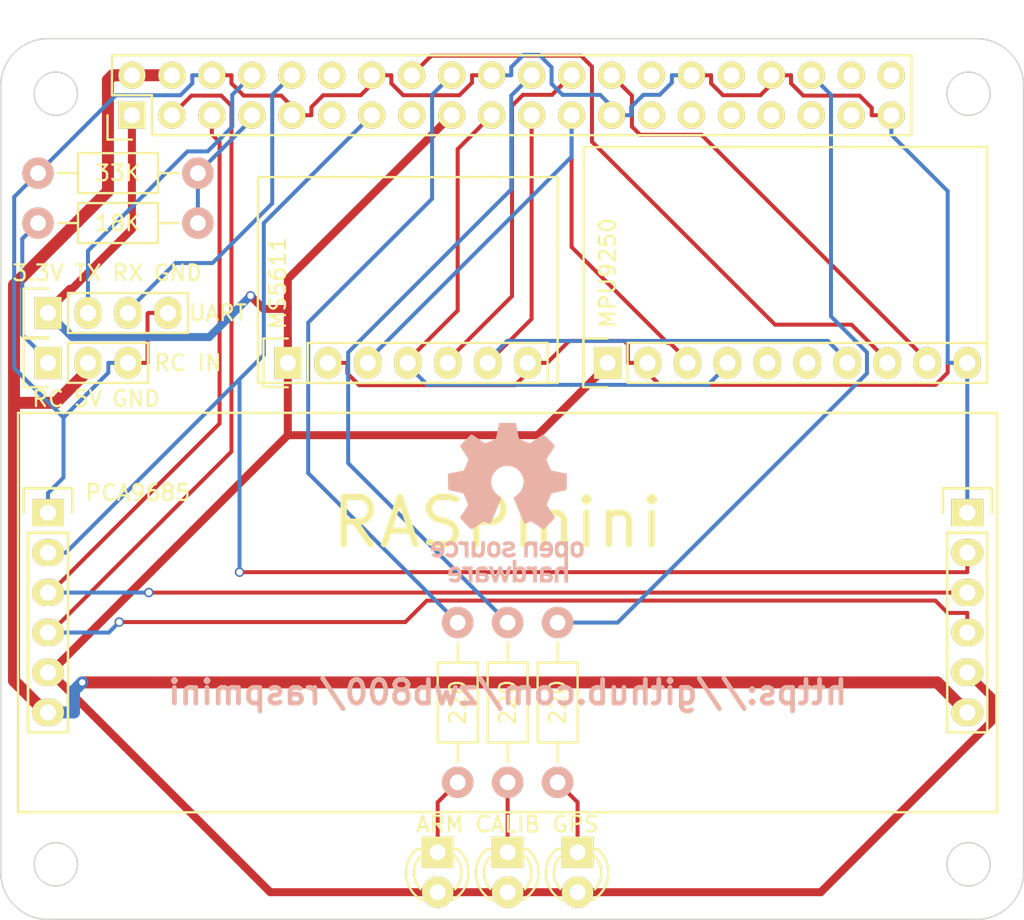
<source format=kicad_pcb>
(kicad_pcb (version 20171130) (host pcbnew "(5.1.12)-1")

  (general
    (thickness 1.6)
    (drawings 25)
    (tracks 265)
    (zones 0)
    (modules 15)
    (nets 38)
  )

  (page A4)
  (layers
    (0 F.Cu signal)
    (31 B.Cu signal)
    (32 B.Adhes user)
    (33 F.Adhes user hide)
    (34 B.Paste user)
    (35 F.Paste user)
    (36 B.SilkS user)
    (37 F.SilkS user)
    (38 B.Mask user)
    (39 F.Mask user)
    (40 Dwgs.User user)
    (41 Cmts.User user)
    (42 Eco1.User user)
    (43 Eco2.User user)
    (44 Edge.Cuts user)
    (45 Margin user)
    (46 B.CrtYd user)
    (47 F.CrtYd user)
    (48 B.Fab user)
    (49 F.Fab user)
  )

  (setup
    (last_trace_width 0.254)
    (trace_clearance 0.254)
    (zone_clearance 0.508)
    (zone_45_only yes)
    (trace_min 0.2)
    (via_size 0.6)
    (via_drill 0.4)
    (via_min_size 0.4)
    (via_min_drill 0.3)
    (uvia_size 0.3)
    (uvia_drill 0.1)
    (uvias_allowed no)
    (uvia_min_size 0.2)
    (uvia_min_drill 0.1)
    (edge_width 0.15)
    (segment_width 0.2)
    (pcb_text_width 0.3)
    (pcb_text_size 1.5 1.5)
    (mod_edge_width 0.15)
    (mod_text_size 1 1)
    (mod_text_width 0.15)
    (pad_size 2.032 1.7272)
    (pad_drill 1.016)
    (pad_to_mask_clearance 0.2)
    (aux_axis_origin 0 0)
    (visible_elements 7FFFEFFF)
    (pcbplotparams
      (layerselection 0x010f0_80000001)
      (usegerberextensions true)
      (usegerberattributes true)
      (usegerberadvancedattributes true)
      (creategerberjobfile true)
      (excludeedgelayer true)
      (linewidth 0.100000)
      (plotframeref false)
      (viasonmask false)
      (mode 1)
      (useauxorigin false)
      (hpglpennumber 1)
      (hpglpenspeed 20)
      (hpglpendiameter 15.000000)
      (psnegative false)
      (psa4output false)
      (plotreference false)
      (plotvalue true)
      (plotinvisibletext false)
      (padsonsilk false)
      (subtractmaskfromsilk false)
      (outputformat 1)
      (mirror false)
      (drillshape 0)
      (scaleselection 1)
      (outputdirectory "gerber/"))
  )

  (net 0 "")
  (net 1 +3V3)
  (net 2 GND)
  (net 3 "Net-(P1-Pad5)")
  (net 4 "Net-(P1-Pad6)")
  (net 5 +5V)
  (net 6 /SDA)
  (net 7 /SCL)
  (net 8 /RC_INPUT)
  (net 9 /TXD)
  (net 10 /RXD)
  (net 11 "Net-(P0-Pad11)")
  (net 12 "Net-(P0-Pad12)")
  (net 13 /EN_PWM)
  (net 14 "Net-(P0-Pad15)")
  (net 15 /MOSI)
  (net 16 /MISO)
  (net 17 /CS_BARO)
  (net 18 /SCLK)
  (net 19 /CS_MPU)
  (net 20 "Net-(P0-Pad27)")
  (net 21 "Net-(P0-Pad28)")
  (net 22 "Net-(P0-Pad29)")
  (net 23 "Net-(P0-Pad31)")
  (net 24 "Net-(P0-Pad32)")
  (net 25 "Net-(P0-Pad33)")
  (net 26 "Net-(P0-Pad35)")
  (net 27 "Net-(P0-Pad37)")
  (net 28 "Net-(P0-Pad38)")
  (net 29 "Net-(P0-Pad40)")
  (net 30 "Net-(P6-Pad1)")
  (net 31 "Net-(D1-Pad1)")
  (net 32 "Net-(D2-Pad1)")
  (net 33 "Net-(D3-Pad1)")
  (net 34 /LED_ARM)
  (net 35 /LED_CALIBRATION)
  (net 36 /LED_GPS)
  (net 37 /MPU_DRDY)

  (net_class Default 这是默认网络组.
    (clearance 0.254)
    (trace_width 0.254)
    (via_dia 0.6)
    (via_drill 0.4)
    (uvia_dia 0.3)
    (uvia_drill 0.1)
    (add_net /CS_BARO)
    (add_net /CS_MPU)
    (add_net /EN_PWM)
    (add_net /LED_ARM)
    (add_net /LED_CALIBRATION)
    (add_net /LED_GPS)
    (add_net /MISO)
    (add_net /MOSI)
    (add_net /MPU_DRDY)
    (add_net /RC_INPUT)
    (add_net /RXD)
    (add_net /SCL)
    (add_net /SCLK)
    (add_net /SDA)
    (add_net /TXD)
    (add_net GND)
    (add_net "Net-(D1-Pad1)")
    (add_net "Net-(D2-Pad1)")
    (add_net "Net-(D3-Pad1)")
    (add_net "Net-(P0-Pad11)")
    (add_net "Net-(P0-Pad12)")
    (add_net "Net-(P0-Pad15)")
    (add_net "Net-(P0-Pad27)")
    (add_net "Net-(P0-Pad28)")
    (add_net "Net-(P0-Pad29)")
    (add_net "Net-(P0-Pad31)")
    (add_net "Net-(P0-Pad32)")
    (add_net "Net-(P0-Pad33)")
    (add_net "Net-(P0-Pad35)")
    (add_net "Net-(P0-Pad37)")
    (add_net "Net-(P0-Pad38)")
    (add_net "Net-(P0-Pad40)")
    (add_net "Net-(P1-Pad5)")
    (add_net "Net-(P1-Pad6)")
    (add_net "Net-(P6-Pad1)")
  )

  (net_class 5V ""
    (clearance 0.254)
    (trace_width 0.762)
    (via_dia 0.6)
    (via_drill 0.4)
    (uvia_dia 0.3)
    (uvia_drill 0.1)
    (add_net +5V)
  )

  (net_class Power ""
    (clearance 0.254)
    (trace_width 0.508)
    (via_dia 0.6)
    (via_drill 0.4)
    (uvia_dia 0.3)
    (uvia_drill 0.1)
    (add_net +3V3)
  )

  (module Pin_Headers:Pin_Header_Straight_2x20 (layer F.Cu) (tedit 57FD1689) (tstamp 57EDDC62)
    (at 119.634 40.132 90)
    (descr "Through hole pin header")
    (tags "pin header")
    (path /57EE7972)
    (fp_text reference P0 (at -0.635 -2.54 90) (layer F.SilkS) hide
      (effects (font (size 1 1) (thickness 0.15)))
    )
    (fp_text value "Raspberry PI GPIO" (at 6.477 -0.889 180) (layer F.Fab)
      (effects (font (size 1 1) (thickness 0.15)))
    )
    (fp_line (start -1.55 -1.55) (end -1.55 0) (layer F.SilkS) (width 0.15))
    (fp_line (start 1.27 1.27) (end -1.27 1.27) (layer F.SilkS) (width 0.15))
    (fp_line (start 1.27 -1.27) (end 1.27 1.27) (layer F.SilkS) (width 0.15))
    (fp_line (start 0 -1.55) (end -1.55 -1.55) (layer F.SilkS) (width 0.15))
    (fp_line (start 3.81 -1.27) (end 1.27 -1.27) (layer F.SilkS) (width 0.15))
    (fp_line (start 3.81 49.53) (end -1.27 49.53) (layer F.SilkS) (width 0.15))
    (fp_line (start -1.27 1.27) (end -1.27 49.53) (layer F.SilkS) (width 0.15))
    (fp_line (start 3.81 49.53) (end 3.81 -1.27) (layer F.SilkS) (width 0.15))
    (fp_line (start -1.75 50.05) (end 4.3 50.05) (layer F.CrtYd) (width 0.05))
    (fp_line (start -1.75 -1.75) (end 4.3 -1.75) (layer F.CrtYd) (width 0.05))
    (fp_line (start 4.3 -1.75) (end 4.3 50.05) (layer F.CrtYd) (width 0.05))
    (fp_line (start -1.75 -1.75) (end -1.75 50.05) (layer F.CrtYd) (width 0.05))
    (pad 1 thru_hole rect (at 0 0 90) (size 1.7272 1.7272) (drill 1.016) (layers *.Cu *.Mask F.SilkS)
      (net 1 +3V3))
    (pad 2 thru_hole oval (at 2.54 0 90) (size 1.7272 1.7272) (drill 1.016) (layers *.Cu *.Mask F.SilkS)
      (net 5 +5V))
    (pad 3 thru_hole oval (at 0 2.54 90) (size 1.7272 1.7272) (drill 1.016) (layers *.Cu *.Mask F.SilkS)
      (net 6 /SDA))
    (pad 4 thru_hole oval (at 2.54 2.54 90) (size 1.7272 1.7272) (drill 1.016) (layers *.Cu *.Mask F.SilkS)
      (net 5 +5V))
    (pad 5 thru_hole oval (at 0 5.08 90) (size 1.7272 1.7272) (drill 1.016) (layers *.Cu *.Mask F.SilkS)
      (net 7 /SCL))
    (pad 6 thru_hole oval (at 2.54 5.08 90) (size 1.7272 1.7272) (drill 1.016) (layers *.Cu *.Mask F.SilkS)
      (net 2 GND))
    (pad 7 thru_hole oval (at 0 7.62 90) (size 1.7272 1.7272) (drill 1.016) (layers *.Cu *.Mask F.SilkS)
      (net 8 /RC_INPUT))
    (pad 8 thru_hole oval (at 2.54 7.62 90) (size 1.7272 1.7272) (drill 1.016) (layers *.Cu *.Mask F.SilkS)
      (net 9 /TXD))
    (pad 9 thru_hole oval (at 0 10.16 90) (size 1.7272 1.7272) (drill 1.016) (layers *.Cu *.Mask F.SilkS)
      (net 2 GND))
    (pad 10 thru_hole oval (at 2.54 10.16 90) (size 1.7272 1.7272) (drill 1.016) (layers *.Cu *.Mask F.SilkS)
      (net 10 /RXD))
    (pad 11 thru_hole oval (at 0 12.7 90) (size 1.7272 1.7272) (drill 1.016) (layers *.Cu *.Mask F.SilkS)
      (net 11 "Net-(P0-Pad11)"))
    (pad 12 thru_hole oval (at 2.54 12.7 90) (size 1.7272 1.7272) (drill 1.016) (layers *.Cu *.Mask F.SilkS)
      (net 12 "Net-(P0-Pad12)"))
    (pad 13 thru_hole oval (at 0 15.24 90) (size 1.7272 1.7272) (drill 1.016) (layers *.Cu *.Mask F.SilkS)
      (net 13 /EN_PWM))
    (pad 14 thru_hole oval (at 2.54 15.24 90) (size 1.7272 1.7272) (drill 1.016) (layers *.Cu *.Mask F.SilkS)
      (net 2 GND))
    (pad 15 thru_hole oval (at 0 17.78 90) (size 1.7272 1.7272) (drill 1.016) (layers *.Cu *.Mask F.SilkS)
      (net 14 "Net-(P0-Pad15)"))
    (pad 16 thru_hole oval (at 2.54 17.78 90) (size 1.7272 1.7272) (drill 1.016) (layers *.Cu *.Mask F.SilkS)
      (net 37 /MPU_DRDY))
    (pad 17 thru_hole oval (at 0 20.32 90) (size 1.7272 1.7272) (drill 1.016) (layers *.Cu *.Mask F.SilkS)
      (net 1 +3V3))
    (pad 18 thru_hole oval (at 2.54 20.32 90) (size 1.7272 1.7272) (drill 1.016) (layers *.Cu *.Mask F.SilkS)
      (net 34 /LED_ARM))
    (pad 19 thru_hole oval (at 0 22.86 90) (size 1.7272 1.7272) (drill 1.016) (layers *.Cu *.Mask F.SilkS)
      (net 15 /MOSI))
    (pad 20 thru_hole oval (at 2.54 22.86 90) (size 1.7272 1.7272) (drill 1.016) (layers *.Cu *.Mask F.SilkS)
      (net 2 GND))
    (pad 21 thru_hole oval (at 0 25.4 90) (size 1.7272 1.7272) (drill 1.016) (layers *.Cu *.Mask F.SilkS)
      (net 16 /MISO))
    (pad 22 thru_hole oval (at 2.54 25.4 90) (size 1.7272 1.7272) (drill 1.016) (layers *.Cu *.Mask F.SilkS)
      (net 35 /LED_CALIBRATION))
    (pad 23 thru_hole oval (at 0 27.94 90) (size 1.7272 1.7272) (drill 1.016) (layers *.Cu *.Mask F.SilkS)
      (net 18 /SCLK))
    (pad 24 thru_hole oval (at 2.54 27.94 90) (size 1.7272 1.7272) (drill 1.016) (layers *.Cu *.Mask F.SilkS)
      (net 17 /CS_BARO))
    (pad 25 thru_hole oval (at 0 30.48 90) (size 1.7272 1.7272) (drill 1.016) (layers *.Cu *.Mask F.SilkS)
      (net 2 GND))
    (pad 26 thru_hole oval (at 2.54 30.48 90) (size 1.7272 1.7272) (drill 1.016) (layers *.Cu *.Mask F.SilkS)
      (net 19 /CS_MPU))
    (pad 27 thru_hole oval (at 0 33.02 90) (size 1.7272 1.7272) (drill 1.016) (layers *.Cu *.Mask F.SilkS)
      (net 20 "Net-(P0-Pad27)"))
    (pad 28 thru_hole oval (at 2.54 33.02 90) (size 1.7272 1.7272) (drill 1.016) (layers *.Cu *.Mask F.SilkS)
      (net 21 "Net-(P0-Pad28)"))
    (pad 29 thru_hole oval (at 0 35.56 90) (size 1.7272 1.7272) (drill 1.016) (layers *.Cu *.Mask F.SilkS)
      (net 22 "Net-(P0-Pad29)"))
    (pad 30 thru_hole oval (at 2.54 35.56 90) (size 1.7272 1.7272) (drill 1.016) (layers *.Cu *.Mask F.SilkS)
      (net 2 GND))
    (pad 31 thru_hole oval (at 0 38.1 90) (size 1.7272 1.7272) (drill 1.016) (layers *.Cu *.Mask F.SilkS)
      (net 23 "Net-(P0-Pad31)"))
    (pad 32 thru_hole oval (at 2.54 38.1 90) (size 1.7272 1.7272) (drill 1.016) (layers *.Cu *.Mask F.SilkS)
      (net 24 "Net-(P0-Pad32)"))
    (pad 33 thru_hole oval (at 0 40.64 90) (size 1.7272 1.7272) (drill 1.016) (layers *.Cu *.Mask F.SilkS)
      (net 25 "Net-(P0-Pad33)"))
    (pad 34 thru_hole oval (at 2.54 40.64 90) (size 1.7272 1.7272) (drill 1.016) (layers *.Cu *.Mask F.SilkS)
      (net 2 GND))
    (pad 35 thru_hole oval (at 0 43.18 90) (size 1.7272 1.7272) (drill 1.016) (layers *.Cu *.Mask F.SilkS)
      (net 26 "Net-(P0-Pad35)"))
    (pad 36 thru_hole oval (at 2.54 43.18 90) (size 1.7272 1.7272) (drill 1.016) (layers *.Cu *.Mask F.SilkS)
      (net 36 /LED_GPS))
    (pad 37 thru_hole oval (at 0 45.72 90) (size 1.7272 1.7272) (drill 1.016) (layers *.Cu *.Mask F.SilkS)
      (net 27 "Net-(P0-Pad37)"))
    (pad 38 thru_hole oval (at 2.54 45.72 90) (size 1.7272 1.7272) (drill 1.016) (layers *.Cu *.Mask F.SilkS)
      (net 28 "Net-(P0-Pad38)"))
    (pad 39 thru_hole oval (at 0 48.26 90) (size 1.7272 1.7272) (drill 1.016) (layers *.Cu *.Mask F.SilkS)
      (net 2 GND))
    (pad 40 thru_hole oval (at 2.54 48.26 90) (size 1.7272 1.7272) (drill 1.016) (layers *.Cu *.Mask F.SilkS)
      (net 29 "Net-(P0-Pad40)"))
    (model Pin_Headers.3dshapes/Pin_Header_Straight_2x20.wrl
      (offset (xyz 1.269999980926514 -24.12999963760376 0))
      (scale (xyz 1 1 1))
      (rotate (xyz 0 0 90))
    )
  )

  (module Resistors_ThroughHole:Resistor_Horizontal_RM10mm (layer F.Cu) (tedit 5805D6A0) (tstamp 57FD0746)
    (at 140.335 82.55 90)
    (descr "Resistor, Axial,  RM 10mm, 1/3W")
    (tags "Resistor Axial RM 10mm 1/3W")
    (path /57EE5467)
    (fp_text reference R3 (at 3.81 -1.905 90) (layer F.SilkS) hide
      (effects (font (size 1 1) (thickness 0.15)))
    )
    (fp_text value 220 (at 5.08 0 90) (layer F.SilkS)
      (effects (font (size 1 1) (thickness 0.15)))
    )
    (fp_line (start 7.62 0) (end 8.89 0) (layer F.SilkS) (width 0.15))
    (fp_line (start 2.54 0) (end 1.27 0) (layer F.SilkS) (width 0.15))
    (fp_line (start 2.54 1.27) (end 2.54 -1.27) (layer F.SilkS) (width 0.15))
    (fp_line (start 7.62 1.27) (end 2.54 1.27) (layer F.SilkS) (width 0.15))
    (fp_line (start 7.62 -1.27) (end 7.62 1.27) (layer F.SilkS) (width 0.15))
    (fp_line (start 2.54 -1.27) (end 7.62 -1.27) (layer F.SilkS) (width 0.15))
    (fp_line (start -1.25 1.5) (end 11.4 1.5) (layer F.CrtYd) (width 0.05))
    (fp_line (start 11.4 -1.5) (end 11.4 1.5) (layer F.CrtYd) (width 0.05))
    (fp_line (start -1.25 1.5) (end -1.25 -1.5) (layer F.CrtYd) (width 0.05))
    (fp_line (start -1.25 -1.5) (end 11.4 -1.5) (layer F.CrtYd) (width 0.05))
    (pad 1 thru_hole circle (at 0 0 90) (size 1.99898 1.99898) (drill 1.00076) (layers *.Cu *.SilkS *.Mask)
      (net 31 "Net-(D1-Pad1)"))
    (pad 2 thru_hole circle (at 10.16 0 90) (size 1.99898 1.99898) (drill 1.00076) (layers *.Cu *.SilkS *.Mask)
      (net 34 /LED_ARM))
    (model Resistors_ThroughHole.3dshapes/Resistor_Horizontal_RM10mm.wrl
      (offset (xyz 5.079999923706055 0 0))
      (scale (xyz 0.4 0.4 0.4))
      (rotate (xyz 0 0 0))
    )
  )

  (module Pin_Headers:Pin_Header_Straight_1x04 (layer F.Cu) (tedit 57FDC236) (tstamp 57EDE0A5)
    (at 114.3 52.705 90)
    (descr "Through hole pin header")
    (tags "pin header")
    (path /57EE93F9)
    (fp_text reference P5 (at -1.905 10.16 90) (layer F.SilkS) hide
      (effects (font (size 1 1) (thickness 0.15)))
    )
    (fp_text value UART (at 0 10.795 180) (layer F.SilkS)
      (effects (font (size 1 1) (thickness 0.15)))
    )
    (fp_line (start -1.55 -1.55) (end 1.55 -1.55) (layer F.SilkS) (width 0.15))
    (fp_line (start -1.55 0) (end -1.55 -1.55) (layer F.SilkS) (width 0.15))
    (fp_line (start 1.27 1.27) (end -1.27 1.27) (layer F.SilkS) (width 0.15))
    (fp_line (start -1.27 8.89) (end 1.27 8.89) (layer F.SilkS) (width 0.15))
    (fp_line (start 1.55 -1.55) (end 1.55 0) (layer F.SilkS) (width 0.15))
    (fp_line (start 1.27 1.27) (end 1.27 8.89) (layer F.SilkS) (width 0.15))
    (fp_line (start -1.27 1.27) (end -1.27 8.89) (layer F.SilkS) (width 0.15))
    (fp_line (start -1.75 9.4) (end 1.75 9.4) (layer F.CrtYd) (width 0.05))
    (fp_line (start -1.75 -1.75) (end 1.75 -1.75) (layer F.CrtYd) (width 0.05))
    (fp_line (start 1.75 -1.75) (end 1.75 9.4) (layer F.CrtYd) (width 0.05))
    (fp_line (start -1.75 -1.75) (end -1.75 9.4) (layer F.CrtYd) (width 0.05))
    (pad 1 thru_hole rect (at 0 0 90) (size 2.032 1.7272) (drill 1.016) (layers *.Cu *.Mask F.SilkS)
      (net 1 +3V3))
    (pad 2 thru_hole oval (at 0 2.54 90) (size 2.032 1.7272) (drill 1.016) (layers *.Cu *.Mask F.SilkS)
      (net 9 /TXD))
    (pad 3 thru_hole oval (at 0 5.08 90) (size 2.032 1.7272) (drill 1.016) (layers *.Cu *.Mask F.SilkS)
      (net 10 /RXD))
    (pad 4 thru_hole oval (at 0 7.62 90) (size 2.032 1.7272) (drill 1.016) (layers *.Cu *.Mask F.SilkS)
      (net 2 GND))
    (model Pin_Headers.3dshapes/Pin_Header_Straight_1x04.wrl
      (offset (xyz 0 -3.809999942779541 0))
      (scale (xyz 1 1 1))
      (rotate (xyz 0 0 90))
    )
  )

  (module Pin_Headers:Pin_Header_Straight_1x03 (layer F.Cu) (tedit 580820BC) (tstamp 57EDE0B7)
    (at 114.3 55.88 90)
    (descr "Through hole pin header")
    (tags "pin header")
    (path /57EE9950)
    (fp_text reference P6 (at -1.905 7.62 90) (layer F.SilkS) hide
      (effects (font (size 1 1) (thickness 0.15)))
    )
    (fp_text value "RC IN" (at 0 8.89 180) (layer F.SilkS)
      (effects (font (size 1 1) (thickness 0.15)))
    )
    (fp_line (start -1.55 -1.55) (end 1.55 -1.55) (layer F.SilkS) (width 0.15))
    (fp_line (start -1.55 0) (end -1.55 -1.55) (layer F.SilkS) (width 0.15))
    (fp_line (start 1.27 1.27) (end -1.27 1.27) (layer F.SilkS) (width 0.15))
    (fp_line (start 1.55 -1.55) (end 1.55 0) (layer F.SilkS) (width 0.15))
    (fp_line (start 1.27 6.35) (end 1.27 1.27) (layer F.SilkS) (width 0.15))
    (fp_line (start -1.27 6.35) (end 1.27 6.35) (layer F.SilkS) (width 0.15))
    (fp_line (start -1.27 1.27) (end -1.27 6.35) (layer F.SilkS) (width 0.15))
    (fp_line (start -1.75 6.85) (end 1.75 6.85) (layer F.CrtYd) (width 0.05))
    (fp_line (start -1.75 -1.75) (end 1.75 -1.75) (layer F.CrtYd) (width 0.05))
    (fp_line (start 1.75 -1.75) (end 1.75 6.85) (layer F.CrtYd) (width 0.05))
    (fp_line (start -1.75 -1.75) (end -1.75 6.85) (layer F.CrtYd) (width 0.05))
    (pad 1 thru_hole rect (at 0 0 90) (size 2.032 1.7272) (drill 1.016) (layers *.Cu *.Mask F.SilkS)
      (net 30 "Net-(P6-Pad1)"))
    (pad 2 thru_hole oval (at 0 2.54 90) (size 2.032 1.7272) (drill 1.016) (layers *.Cu *.Mask F.SilkS)
      (net 5 +5V))
    (pad 3 thru_hole oval (at 0 5.08 90) (size 2.032 1.7272) (drill 1.016) (layers *.Cu *.Mask F.SilkS)
      (net 2 GND))
    (model Pin_Headers.3dshapes/Pin_Header_Straight_1x03.wrl
      (offset (xyz 0 -2.539999961853027 0))
      (scale (xyz 1 1 1))
      (rotate (xyz 0 0 90))
    )
  )

  (module LEDs:LED-3MM (layer F.Cu) (tedit 58082029) (tstamp 57EE3F1D)
    (at 139.065 86.995 270)
    (descr "LED 3mm round vertical")
    (tags "LED  3mm round vertical")
    (path /57EE4C97)
    (fp_text reference D1 (at 3.175 2.54 270) (layer F.SilkS) hide
      (effects (font (size 1 1) (thickness 0.15)))
    )
    (fp_text value ARM (at -1.778 -0.127) (layer F.SilkS)
      (effects (font (size 1 1) (thickness 0.15)))
    )
    (fp_line (start -0.199 -1.28) (end -0.199 -1.1) (layer F.SilkS) (width 0.15))
    (fp_line (start -0.199 1.314) (end -0.199 1.114) (layer F.SilkS) (width 0.15))
    (fp_line (start -1.2 -2.2) (end -1.2 2.3) (layer F.CrtYd) (width 0.05))
    (fp_line (start 3.8 -2.2) (end -1.2 -2.2) (layer F.CrtYd) (width 0.05))
    (fp_line (start 3.8 2.3) (end 3.8 -2.2) (layer F.CrtYd) (width 0.05))
    (fp_line (start -1.2 2.3) (end 3.8 2.3) (layer F.CrtYd) (width 0.05))
    (fp_arc (start 1.301 0.034) (end -0.199 -1.286) (angle 108.5) (layer F.SilkS) (width 0.15))
    (fp_arc (start 1.301 0.034) (end 0.25 -1.1) (angle 85.7) (layer F.SilkS) (width 0.15))
    (fp_arc (start 1.311 0.034) (end 3.051 0.994) (angle 110) (layer F.SilkS) (width 0.15))
    (fp_arc (start 1.301 0.034) (end 2.335 1.094) (angle 87.5) (layer F.SilkS) (width 0.15))
    (pad 1 thru_hole rect (at 0 0) (size 2 2) (drill 1.00076) (layers *.Cu *.Mask F.SilkS)
      (net 31 "Net-(D1-Pad1)"))
    (pad 2 thru_hole circle (at 2.54 0 270) (size 2 2) (drill 1.00076) (layers *.Cu *.Mask F.SilkS)
      (net 1 +3V3))
    (model LEDs.3dshapes/LED-3MM.wrl
      (offset (xyz 1.269999980926514 0 0))
      (scale (xyz 1 1 1))
      (rotate (xyz 0 0 90))
    )
  )

  (module LEDs:LED-3MM (layer F.Cu) (tedit 58082030) (tstamp 57EE3F2E)
    (at 143.51 86.995 270)
    (descr "LED 3mm round vertical")
    (tags "LED  3mm round vertical")
    (path /57EE4CDA)
    (fp_text reference D2 (at 3.175 2.54 270) (layer F.SilkS) hide
      (effects (font (size 1 1) (thickness 0.15)))
    )
    (fp_text value CALIB (at -1.778 0) (layer F.SilkS)
      (effects (font (size 1 1) (thickness 0.15)))
    )
    (fp_line (start -0.199 -1.28) (end -0.199 -1.1) (layer F.SilkS) (width 0.15))
    (fp_line (start -0.199 1.314) (end -0.199 1.114) (layer F.SilkS) (width 0.15))
    (fp_line (start -1.2 -2.2) (end -1.2 2.3) (layer F.CrtYd) (width 0.05))
    (fp_line (start 3.8 -2.2) (end -1.2 -2.2) (layer F.CrtYd) (width 0.05))
    (fp_line (start 3.8 2.3) (end 3.8 -2.2) (layer F.CrtYd) (width 0.05))
    (fp_line (start -1.2 2.3) (end 3.8 2.3) (layer F.CrtYd) (width 0.05))
    (fp_arc (start 1.301 0.034) (end -0.199 -1.286) (angle 108.5) (layer F.SilkS) (width 0.15))
    (fp_arc (start 1.301 0.034) (end 0.25 -1.1) (angle 85.7) (layer F.SilkS) (width 0.15))
    (fp_arc (start 1.311 0.034) (end 3.051 0.994) (angle 110) (layer F.SilkS) (width 0.15))
    (fp_arc (start 1.301 0.034) (end 2.335 1.094) (angle 87.5) (layer F.SilkS) (width 0.15))
    (pad 1 thru_hole rect (at 0 0) (size 2 2) (drill 1.00076) (layers *.Cu *.Mask F.SilkS)
      (net 32 "Net-(D2-Pad1)"))
    (pad 2 thru_hole circle (at 2.54 0 270) (size 2 2) (drill 1.00076) (layers *.Cu *.Mask F.SilkS)
      (net 1 +3V3))
    (model LEDs.3dshapes/LED-3MM.wrl
      (offset (xyz 1.269999980926514 0 0))
      (scale (xyz 1 1 1))
      (rotate (xyz 0 0 90))
    )
  )

  (module LEDs:LED-3MM (layer F.Cu) (tedit 58082034) (tstamp 57EE3F3F)
    (at 147.955 86.995 270)
    (descr "LED 3mm round vertical")
    (tags "LED  3mm round vertical")
    (path /57EE4D0F)
    (fp_text reference D3 (at 3.175 2.54 270) (layer F.SilkS) hide
      (effects (font (size 1 1) (thickness 0.15)))
    )
    (fp_text value GPS (at -1.778 0.127) (layer F.SilkS)
      (effects (font (size 1 1) (thickness 0.15)))
    )
    (fp_line (start -0.199 -1.28) (end -0.199 -1.1) (layer F.SilkS) (width 0.15))
    (fp_line (start -0.199 1.314) (end -0.199 1.114) (layer F.SilkS) (width 0.15))
    (fp_line (start -1.2 -2.2) (end -1.2 2.3) (layer F.CrtYd) (width 0.05))
    (fp_line (start 3.8 -2.2) (end -1.2 -2.2) (layer F.CrtYd) (width 0.05))
    (fp_line (start 3.8 2.3) (end 3.8 -2.2) (layer F.CrtYd) (width 0.05))
    (fp_line (start -1.2 2.3) (end 3.8 2.3) (layer F.CrtYd) (width 0.05))
    (fp_arc (start 1.301 0.034) (end -0.199 -1.286) (angle 108.5) (layer F.SilkS) (width 0.15))
    (fp_arc (start 1.301 0.034) (end 0.25 -1.1) (angle 85.7) (layer F.SilkS) (width 0.15))
    (fp_arc (start 1.311 0.034) (end 3.051 0.994) (angle 110) (layer F.SilkS) (width 0.15))
    (fp_arc (start 1.301 0.034) (end 2.335 1.094) (angle 87.5) (layer F.SilkS) (width 0.15))
    (pad 1 thru_hole rect (at 0 0) (size 2 2) (drill 1.00076) (layers *.Cu *.Mask F.SilkS)
      (net 33 "Net-(D3-Pad1)"))
    (pad 2 thru_hole circle (at 2.54 0 270) (size 2 2) (drill 1.00076) (layers *.Cu *.Mask F.SilkS)
      (net 1 +3V3))
    (model LEDs.3dshapes/LED-3MM.wrl
      (offset (xyz 1.269999980926514 0 0))
      (scale (xyz 1 1 1))
      (rotate (xyz 0 0 90))
    )
  )

  (module Resistors_ThroughHole:Resistor_Horizontal_RM10mm (layer F.Cu) (tedit 5805D6A3) (tstamp 57FD0755)
    (at 143.51 82.55 90)
    (descr "Resistor, Axial,  RM 10mm, 1/3W")
    (tags "Resistor Axial RM 10mm 1/3W")
    (path /57EE55DD)
    (fp_text reference R4 (at 3.175 -1.905 90) (layer F.SilkS) hide
      (effects (font (size 1 1) (thickness 0.15)))
    )
    (fp_text value 220 (at 5.08 0 90) (layer F.SilkS)
      (effects (font (size 1 1) (thickness 0.15)))
    )
    (fp_line (start 7.62 0) (end 8.89 0) (layer F.SilkS) (width 0.15))
    (fp_line (start 2.54 0) (end 1.27 0) (layer F.SilkS) (width 0.15))
    (fp_line (start 2.54 1.27) (end 2.54 -1.27) (layer F.SilkS) (width 0.15))
    (fp_line (start 7.62 1.27) (end 2.54 1.27) (layer F.SilkS) (width 0.15))
    (fp_line (start 7.62 -1.27) (end 7.62 1.27) (layer F.SilkS) (width 0.15))
    (fp_line (start 2.54 -1.27) (end 7.62 -1.27) (layer F.SilkS) (width 0.15))
    (fp_line (start -1.25 1.5) (end 11.4 1.5) (layer F.CrtYd) (width 0.05))
    (fp_line (start 11.4 -1.5) (end 11.4 1.5) (layer F.CrtYd) (width 0.05))
    (fp_line (start -1.25 1.5) (end -1.25 -1.5) (layer F.CrtYd) (width 0.05))
    (fp_line (start -1.25 -1.5) (end 11.4 -1.5) (layer F.CrtYd) (width 0.05))
    (pad 1 thru_hole circle (at 0 0 90) (size 1.99898 1.99898) (drill 1.00076) (layers *.Cu *.SilkS *.Mask)
      (net 32 "Net-(D2-Pad1)"))
    (pad 2 thru_hole circle (at 10.16 0 90) (size 1.99898 1.99898) (drill 1.00076) (layers *.Cu *.SilkS *.Mask)
      (net 35 /LED_CALIBRATION))
    (model Resistors_ThroughHole.3dshapes/Resistor_Horizontal_RM10mm.wrl
      (offset (xyz 5.079999923706055 0 0))
      (scale (xyz 0.4 0.4 0.4))
      (rotate (xyz 0 0 0))
    )
  )

  (module Resistors_ThroughHole:Resistor_Horizontal_RM10mm (layer F.Cu) (tedit 5805D6A7) (tstamp 57FD0764)
    (at 146.685 82.55 90)
    (descr "Resistor, Axial,  RM 10mm, 1/3W")
    (tags "Resistor Axial RM 10mm 1/3W")
    (path /57EE5673)
    (fp_text reference R5 (at 3.175 -1.905 90) (layer F.SilkS) hide
      (effects (font (size 1 1) (thickness 0.15)))
    )
    (fp_text value 220 (at 5.08 0 90) (layer F.SilkS)
      (effects (font (size 1 1) (thickness 0.15)))
    )
    (fp_line (start 7.62 0) (end 8.89 0) (layer F.SilkS) (width 0.15))
    (fp_line (start 2.54 0) (end 1.27 0) (layer F.SilkS) (width 0.15))
    (fp_line (start 2.54 1.27) (end 2.54 -1.27) (layer F.SilkS) (width 0.15))
    (fp_line (start 7.62 1.27) (end 2.54 1.27) (layer F.SilkS) (width 0.15))
    (fp_line (start 7.62 -1.27) (end 7.62 1.27) (layer F.SilkS) (width 0.15))
    (fp_line (start 2.54 -1.27) (end 7.62 -1.27) (layer F.SilkS) (width 0.15))
    (fp_line (start -1.25 1.5) (end 11.4 1.5) (layer F.CrtYd) (width 0.05))
    (fp_line (start 11.4 -1.5) (end 11.4 1.5) (layer F.CrtYd) (width 0.05))
    (fp_line (start -1.25 1.5) (end -1.25 -1.5) (layer F.CrtYd) (width 0.05))
    (fp_line (start -1.25 -1.5) (end 11.4 -1.5) (layer F.CrtYd) (width 0.05))
    (pad 1 thru_hole circle (at 0 0 90) (size 1.99898 1.99898) (drill 1.00076) (layers *.Cu *.SilkS *.Mask)
      (net 33 "Net-(D3-Pad1)"))
    (pad 2 thru_hole circle (at 10.16 0 90) (size 1.99898 1.99898) (drill 1.00076) (layers *.Cu *.SilkS *.Mask)
      (net 36 /LED_GPS))
    (model Resistors_ThroughHole.3dshapes/Resistor_Horizontal_RM10mm.wrl
      (offset (xyz 5.079999923706055 0 0))
      (scale (xyz 0.4 0.4 0.4))
      (rotate (xyz 0 0 0))
    )
  )

  (module Resistors_ThroughHole:Resistor_Horizontal_RM10mm (layer F.Cu) (tedit 5805D322) (tstamp 57FD0836)
    (at 113.665 46.99)
    (descr "Resistor, Axial,  RM 10mm, 1/3W")
    (tags "Resistor Axial RM 10mm 1/3W")
    (path /57EE9F34)
    (fp_text reference R1 (at 6.985 -1.27) (layer F.SilkS) hide
      (effects (font (size 1 1) (thickness 0.15)))
    )
    (fp_text value 18K (at 5.08 0) (layer F.SilkS)
      (effects (font (size 1 1) (thickness 0.15)))
    )
    (fp_line (start 7.62 0) (end 8.89 0) (layer F.SilkS) (width 0.15))
    (fp_line (start 2.54 0) (end 1.27 0) (layer F.SilkS) (width 0.15))
    (fp_line (start 2.54 1.27) (end 2.54 -1.27) (layer F.SilkS) (width 0.15))
    (fp_line (start 7.62 1.27) (end 2.54 1.27) (layer F.SilkS) (width 0.15))
    (fp_line (start 7.62 -1.27) (end 7.62 1.27) (layer F.SilkS) (width 0.15))
    (fp_line (start 2.54 -1.27) (end 7.62 -1.27) (layer F.SilkS) (width 0.15))
    (fp_line (start -1.25 1.5) (end 11.4 1.5) (layer F.CrtYd) (width 0.05))
    (fp_line (start 11.4 -1.5) (end 11.4 1.5) (layer F.CrtYd) (width 0.05))
    (fp_line (start -1.25 1.5) (end -1.25 -1.5) (layer F.CrtYd) (width 0.05))
    (fp_line (start -1.25 -1.5) (end 11.4 -1.5) (layer F.CrtYd) (width 0.05))
    (pad 1 thru_hole circle (at 0 0) (size 1.99898 1.99898) (drill 1.00076) (layers *.Cu *.SilkS *.Mask)
      (net 30 "Net-(P6-Pad1)"))
    (pad 2 thru_hole circle (at 10.16 0) (size 1.99898 1.99898) (drill 1.00076) (layers *.Cu *.SilkS *.Mask)
      (net 8 /RC_INPUT))
    (model Resistors_ThroughHole.3dshapes/Resistor_Horizontal_RM10mm.wrl
      (offset (xyz 5.079999923706055 0 0))
      (scale (xyz 0.4 0.4 0.4))
      (rotate (xyz 0 0 0))
    )
  )

  (module Resistors_ThroughHole:Resistor_Horizontal_RM10mm (layer F.Cu) (tedit 5805D329) (tstamp 57FD0845)
    (at 123.825 43.815 180)
    (descr "Resistor, Axial,  RM 10mm, 1/3W")
    (tags "Resistor Axial RM 10mm 1/3W")
    (path /57EEA24B)
    (fp_text reference R2 (at 3.175 1.27 180) (layer F.SilkS) hide
      (effects (font (size 1 1) (thickness 0.15)))
    )
    (fp_text value 33K (at 5.08 0 180) (layer F.SilkS)
      (effects (font (size 1 1) (thickness 0.15)))
    )
    (fp_line (start 7.62 0) (end 8.89 0) (layer F.SilkS) (width 0.15))
    (fp_line (start 2.54 0) (end 1.27 0) (layer F.SilkS) (width 0.15))
    (fp_line (start 2.54 1.27) (end 2.54 -1.27) (layer F.SilkS) (width 0.15))
    (fp_line (start 7.62 1.27) (end 2.54 1.27) (layer F.SilkS) (width 0.15))
    (fp_line (start 7.62 -1.27) (end 7.62 1.27) (layer F.SilkS) (width 0.15))
    (fp_line (start 2.54 -1.27) (end 7.62 -1.27) (layer F.SilkS) (width 0.15))
    (fp_line (start -1.25 1.5) (end 11.4 1.5) (layer F.CrtYd) (width 0.05))
    (fp_line (start 11.4 -1.5) (end 11.4 1.5) (layer F.CrtYd) (width 0.05))
    (fp_line (start -1.25 1.5) (end -1.25 -1.5) (layer F.CrtYd) (width 0.05))
    (fp_line (start -1.25 -1.5) (end 11.4 -1.5) (layer F.CrtYd) (width 0.05))
    (pad 1 thru_hole circle (at 0 0 180) (size 1.99898 1.99898) (drill 1.00076) (layers *.Cu *.SilkS *.Mask)
      (net 8 /RC_INPUT))
    (pad 2 thru_hole circle (at 10.16 0 180) (size 1.99898 1.99898) (drill 1.00076) (layers *.Cu *.SilkS *.Mask)
      (net 2 GND))
    (model Resistors_ThroughHole.3dshapes/Resistor_Horizontal_RM10mm.wrl
      (offset (xyz 5.079999923706055 0 0))
      (scale (xyz 0.4 0.4 0.4))
      (rotate (xyz 0 0 0))
    )
  )

  (module Raspmini:PCA9685 (layer F.Cu) (tedit 57FEE923) (tstamp 57FC618A)
    (at 114.3 60.96)
    (descr "Through hole pin header")
    (tags "pin header")
    (path /57EE89F5)
    (fp_text reference P3 (at 3.175 5.08) (layer F.SilkS) hide
      (effects (font (size 1 1) (thickness 0.15)))
    )
    (fp_text value PCA9685 (at 5.715 3.175) (layer F.SilkS)
      (effects (font (size 1 1) (thickness 0.15)))
    )
    (fp_line (start -1.905 23.495) (end -1.905 -1.905) (layer F.SilkS) (width 0.15))
    (fp_line (start 60.325 23.495) (end -1.905 23.495) (layer F.SilkS) (width 0.15))
    (fp_line (start 60.325 -1.905) (end 60.325 23.495) (layer F.SilkS) (width 0.15))
    (fp_line (start -1.905 -1.905) (end 60.325 -1.905) (layer F.SilkS) (width 0.15))
    (fp_line (start 56.87 2.895) (end 59.97 2.895) (layer F.SilkS) (width 0.15))
    (fp_line (start 56.87 4.445) (end 56.87 2.895) (layer F.SilkS) (width 0.15))
    (fp_line (start 59.69 5.715) (end 57.15 5.715) (layer F.SilkS) (width 0.15))
    (fp_line (start 59.97 2.895) (end 59.97 4.445) (layer F.SilkS) (width 0.15))
    (fp_line (start 57.15 18.415) (end 57.15 5.715) (layer F.SilkS) (width 0.15))
    (fp_line (start 59.69 18.415) (end 57.15 18.415) (layer F.SilkS) (width 0.15))
    (fp_line (start 59.69 5.715) (end 59.69 18.415) (layer F.SilkS) (width 0.15))
    (fp_line (start 56.67 18.895) (end 60.17 18.895) (layer F.CrtYd) (width 0.05))
    (fp_line (start 56.67 2.695) (end 60.17 2.695) (layer F.CrtYd) (width 0.05))
    (fp_line (start 60.17 2.695) (end 60.17 18.895) (layer F.CrtYd) (width 0.05))
    (fp_line (start 56.67 2.695) (end 56.67 18.895) (layer F.CrtYd) (width 0.05))
    (fp_line (start 56.67 2.695) (end 56.67 18.895) (layer F.CrtYd) (width 0.05))
    (fp_line (start 60.17 2.695) (end 60.17 18.895) (layer F.CrtYd) (width 0.05))
    (fp_line (start 56.67 2.695) (end 60.17 2.695) (layer F.CrtYd) (width 0.05))
    (fp_line (start 56.67 18.895) (end 60.17 18.895) (layer F.CrtYd) (width 0.05))
    (fp_line (start 59.69 18.415) (end 57.15 18.415) (layer F.SilkS) (width 0.15))
    (fp_line (start 57.15 18.415) (end 57.15 5.715) (layer F.SilkS) (width 0.15))
    (fp_line (start 59.97 2.895) (end 59.97 4.445) (layer F.SilkS) (width 0.15))
    (fp_line (start 59.69 5.715) (end 57.15 5.715) (layer F.SilkS) (width 0.15))
    (fp_line (start 56.87 4.445) (end 56.87 2.895) (layer F.SilkS) (width 0.15))
    (fp_line (start 56.87 2.895) (end 59.97 2.895) (layer F.SilkS) (width 0.15))
    (fp_line (start 56.87 2.895) (end 59.97 2.895) (layer F.SilkS) (width 0.15))
    (fp_line (start 56.87 4.445) (end 56.87 2.895) (layer F.SilkS) (width 0.15))
    (fp_line (start 59.69 5.715) (end 57.15 5.715) (layer F.SilkS) (width 0.15))
    (fp_line (start 59.97 2.895) (end 59.97 4.445) (layer F.SilkS) (width 0.15))
    (fp_line (start 57.15 18.415) (end 57.15 5.715) (layer F.SilkS) (width 0.15))
    (fp_line (start 59.69 18.415) (end 57.15 18.415) (layer F.SilkS) (width 0.15))
    (fp_line (start 56.67 18.895) (end 60.17 18.895) (layer F.CrtYd) (width 0.05))
    (fp_line (start 56.67 2.695) (end 60.17 2.695) (layer F.CrtYd) (width 0.05))
    (fp_line (start 60.17 2.695) (end 60.17 18.895) (layer F.CrtYd) (width 0.05))
    (fp_line (start 56.67 2.695) (end 56.67 18.895) (layer F.CrtYd) (width 0.05))
    (fp_line (start 56.67 2.695) (end 56.67 18.895) (layer F.CrtYd) (width 0.05))
    (fp_line (start 60.17 2.695) (end 60.17 18.895) (layer F.CrtYd) (width 0.05))
    (fp_line (start 56.67 2.695) (end 60.17 2.695) (layer F.CrtYd) (width 0.05))
    (fp_line (start 56.67 18.895) (end 60.17 18.895) (layer F.CrtYd) (width 0.05))
    (fp_line (start 59.69 5.715) (end 59.69 18.415) (layer F.SilkS) (width 0.15))
    (fp_line (start 59.69 18.415) (end 57.15 18.415) (layer F.SilkS) (width 0.15))
    (fp_line (start 57.15 18.415) (end 57.15 5.715) (layer F.SilkS) (width 0.15))
    (fp_line (start 59.97 2.895) (end 59.97 4.445) (layer F.SilkS) (width 0.15))
    (fp_line (start 59.69 5.715) (end 57.15 5.715) (layer F.SilkS) (width 0.15))
    (fp_line (start 56.87 4.445) (end 56.87 2.895) (layer F.SilkS) (width 0.15))
    (fp_line (start 56.87 2.895) (end 59.97 2.895) (layer F.SilkS) (width 0.15))
    (fp_line (start -1.55 2.895) (end 1.55 2.895) (layer F.SilkS) (width 0.15))
    (fp_line (start -1.55 4.445) (end -1.55 2.895) (layer F.SilkS) (width 0.15))
    (fp_line (start 1.27 5.715) (end -1.27 5.715) (layer F.SilkS) (width 0.15))
    (fp_line (start 1.55 2.895) (end 1.55 4.445) (layer F.SilkS) (width 0.15))
    (fp_line (start -1.27 18.415) (end -1.27 5.715) (layer F.SilkS) (width 0.15))
    (fp_line (start 1.27 18.415) (end -1.27 18.415) (layer F.SilkS) (width 0.15))
    (fp_line (start 1.27 5.715) (end 1.27 18.415) (layer F.SilkS) (width 0.15))
    (fp_line (start -1.75 18.895) (end 1.75 18.895) (layer F.CrtYd) (width 0.05))
    (fp_line (start -1.75 2.695) (end 1.75 2.695) (layer F.CrtYd) (width 0.05))
    (fp_line (start 1.75 2.695) (end 1.75 18.895) (layer F.CrtYd) (width 0.05))
    (fp_line (start -1.75 2.695) (end -1.75 18.895) (layer F.CrtYd) (width 0.05))
    (fp_line (start -1.75 2.695) (end -1.75 18.895) (layer F.CrtYd) (width 0.05))
    (fp_line (start 1.75 2.695) (end 1.75 18.895) (layer F.CrtYd) (width 0.05))
    (fp_line (start -1.75 2.695) (end 1.75 2.695) (layer F.CrtYd) (width 0.05))
    (fp_line (start -1.75 18.895) (end 1.75 18.895) (layer F.CrtYd) (width 0.05))
    (fp_line (start 1.27 18.415) (end -1.27 18.415) (layer F.SilkS) (width 0.15))
    (fp_line (start -1.27 18.415) (end -1.27 5.715) (layer F.SilkS) (width 0.15))
    (fp_line (start 1.55 2.895) (end 1.55 4.445) (layer F.SilkS) (width 0.15))
    (fp_line (start 1.27 5.715) (end -1.27 5.715) (layer F.SilkS) (width 0.15))
    (fp_line (start -1.55 4.445) (end -1.55 2.895) (layer F.SilkS) (width 0.15))
    (fp_line (start -1.55 2.895) (end 1.55 2.895) (layer F.SilkS) (width 0.15))
    (fp_line (start -1.55 2.895) (end 1.55 2.895) (layer F.SilkS) (width 0.15))
    (fp_line (start -1.55 4.445) (end -1.55 2.895) (layer F.SilkS) (width 0.15))
    (fp_line (start 1.27 5.715) (end -1.27 5.715) (layer F.SilkS) (width 0.15))
    (fp_line (start 1.55 2.895) (end 1.55 4.445) (layer F.SilkS) (width 0.15))
    (fp_line (start -1.27 18.415) (end -1.27 5.715) (layer F.SilkS) (width 0.15))
    (fp_line (start 1.27 18.415) (end -1.27 18.415) (layer F.SilkS) (width 0.15))
    (fp_line (start -1.75 18.895) (end 1.75 18.895) (layer F.CrtYd) (width 0.05))
    (fp_line (start -1.75 2.695) (end 1.75 2.695) (layer F.CrtYd) (width 0.05))
    (fp_line (start 1.75 2.695) (end 1.75 18.895) (layer F.CrtYd) (width 0.05))
    (fp_line (start -1.75 2.695) (end -1.75 18.895) (layer F.CrtYd) (width 0.05))
    (fp_line (start -1.75 2.695) (end -1.75 18.895) (layer F.CrtYd) (width 0.05))
    (fp_line (start 1.75 2.695) (end 1.75 18.895) (layer F.CrtYd) (width 0.05))
    (fp_line (start -1.75 2.695) (end 1.75 2.695) (layer F.CrtYd) (width 0.05))
    (fp_line (start -1.75 18.895) (end 1.75 18.895) (layer F.CrtYd) (width 0.05))
    (fp_line (start 1.27 5.715) (end 1.27 18.415) (layer F.SilkS) (width 0.15))
    (fp_line (start 1.27 18.415) (end -1.27 18.415) (layer F.SilkS) (width 0.15))
    (fp_line (start -1.27 18.415) (end -1.27 5.715) (layer F.SilkS) (width 0.15))
    (fp_line (start 1.55 2.895) (end 1.55 4.445) (layer F.SilkS) (width 0.15))
    (fp_line (start 1.27 5.715) (end -1.27 5.715) (layer F.SilkS) (width 0.15))
    (fp_line (start -1.55 4.445) (end -1.55 2.895) (layer F.SilkS) (width 0.15))
    (fp_line (start -1.55 2.895) (end 1.55 2.895) (layer F.SilkS) (width 0.15))
    (pad 2 thru_hole oval (at 0 6.985) (size 2.032 1.7272) (drill 1.016) (layers *.Cu *.Mask F.SilkS)
      (net 13 /EN_PWM))
    (pad 1 thru_hole rect (at 0 4.445) (size 2.032 1.7272) (drill 1.016) (layers *.Cu *.Mask F.SilkS)
      (net 2 GND))
    (pad 3 thru_hole oval (at 0 9.525) (size 2.032 1.7272) (drill 1.016) (layers *.Cu *.Mask F.SilkS)
      (net 7 /SCL))
    (pad 4 thru_hole oval (at 0 12.065) (size 2.032 1.7272) (drill 1.016) (layers *.Cu *.Mask F.SilkS)
      (net 6 /SDA))
    (pad 5 thru_hole oval (at 0 14.605) (size 2.032 1.7272) (drill 1.016) (layers *.Cu *.Mask F.SilkS)
      (net 1 +3V3))
    (pad 6 thru_hole oval (at 0 17.145) (size 2.032 1.7272) (drill 1.016) (layers *.Cu *.Mask F.SilkS)
      (net 5 +5V))
    (pad 6 thru_hole oval (at 58.42 17.145) (size 2.032 1.7272) (drill 1.016) (layers *.Cu *.Mask F.SilkS)
      (net 5 +5V))
    (pad 5 thru_hole oval (at 58.42 14.605) (size 2.032 1.7272) (drill 1.016) (layers *.Cu *.Mask F.SilkS)
      (net 1 +3V3))
    (pad 4 thru_hole oval (at 58.42 12.065) (size 2.032 1.7272) (drill 1.016) (layers *.Cu *.Mask F.SilkS)
      (net 6 /SDA))
    (pad 3 thru_hole oval (at 58.42 9.525) (size 2.032 1.7272) (drill 1.016) (layers *.Cu *.Mask F.SilkS)
      (net 7 /SCL))
    (pad 1 thru_hole rect (at 58.42 4.445) (size 2.032 1.7272) (drill 1.016) (layers *.Cu *.Mask F.SilkS)
      (net 2 GND))
    (pad 2 thru_hole oval (at 58.42 6.985) (size 2.032 1.7272) (drill 1.016) (layers *.Cu *.Mask F.SilkS)
      (net 13 /EN_PWM))
    (model Pin_Headers.3dshapes/Pin_Header_Straight_1x06.wrl
      (offset (xyz 0 -10.92199983596802 0))
      (scale (xyz 1 1 1))
      (rotate (xyz 0 0 90))
    )
  )

  (module Raspmini:OSHWA (layer B.Cu) (tedit 0) (tstamp 57FF5DD8)
    (at 143.51 64.77 180)
    (fp_text reference G*** (at 0 0 180) (layer B.SilkS) hide
      (effects (font (size 1.524 1.524) (thickness 0.3)) (justify mirror))
    )
    (fp_text value LOGO (at 0.75 0 180) (layer B.SilkS) hide
      (effects (font (size 1.524 1.524) (thickness 0.3)) (justify mirror))
    )
    (fp_poly (pts (xy 0.637267 4.577024) (xy 0.666747 4.424669) (xy 0.694763 4.289155) (xy 0.719501 4.178537)
      (xy 0.739151 4.100873) (xy 0.751901 4.064219) (xy 0.752859 4.062981) (xy 0.784561 4.044914)
      (xy 0.852814 4.013255) (xy 0.946688 3.972472) (xy 1.055252 3.927032) (xy 1.167576 3.881402)
      (xy 1.272728 3.840049) (xy 1.359778 3.807439) (xy 1.417795 3.78804) (xy 1.43405 3.7846)
      (xy 1.462869 3.798378) (xy 1.526315 3.836701) (xy 1.617346 3.895056) (xy 1.72892 3.968927)
      (xy 1.853997 4.053801) (xy 1.854872 4.054402) (xy 1.980702 4.140257) (xy 2.093555 4.216269)
      (xy 2.186217 4.277662) (xy 2.251478 4.319654) (xy 2.282032 4.337434) (xy 2.309956 4.324484)
      (xy 2.365783 4.280937) (xy 2.442827 4.213398) (xy 2.534401 4.128474) (xy 2.63382 4.032773)
      (xy 2.734396 3.932901) (xy 2.829444 3.835465) (xy 2.912276 3.747072) (xy 2.976208 3.674328)
      (xy 3.014552 3.623841) (xy 3.0226 3.605668) (xy 3.008814 3.572832) (xy 2.970489 3.505689)
      (xy 2.912171 3.411581) (xy 2.838406 3.297851) (xy 2.7559 3.175001) (xy 2.671575 3.049818)
      (xy 2.598218 2.937795) (xy 2.540353 2.846101) (xy 2.502507 2.781901) (xy 2.4892 2.752532)
      (xy 2.498975 2.718116) (xy 2.525276 2.648078) (xy 2.563561 2.553023) (xy 2.60929 2.443555)
      (xy 2.657923 2.330279) (xy 2.70492 2.2238) (xy 2.745739 2.134723) (xy 2.775842 2.073652)
      (xy 2.789046 2.052194) (xy 2.81676 2.043515) (xy 2.885024 2.027359) (xy 2.984458 2.005609)
      (xy 3.105681 1.980149) (xy 3.239313 1.952861) (xy 3.375974 1.925629) (xy 3.506283 1.900336)
      (xy 3.62086 1.878866) (xy 3.710325 1.863101) (xy 3.765298 1.854926) (xy 3.775222 1.8542)
      (xy 3.780543 1.830334) (xy 3.784107 1.764799) (xy 3.786053 1.66669) (xy 3.786517 1.545104)
      (xy 3.785638 1.409136) (xy 3.783552 1.267883) (xy 3.780398 1.130439) (xy 3.776311 1.0059)
      (xy 3.771431 0.903363) (xy 3.765894 0.831923) (xy 3.759837 0.800675) (xy 3.759302 0.800164)
      (xy 3.727182 0.790619) (xy 3.653611 0.773755) (xy 3.547109 0.751369) (xy 3.416202 0.725261)
      (xy 3.287516 0.700621) (xy 3.139215 0.67117) (xy 3.008577 0.642218) (xy 2.90407 0.615873)
      (xy 2.83416 0.594243) (xy 2.8085 0.581407) (xy 2.787716 0.54563) (xy 2.753832 0.473247)
      (xy 2.711199 0.37506) (xy 2.664173 0.261867) (xy 2.617104 0.144469) (xy 2.574347 0.033666)
      (xy 2.540255 -0.059742) (xy 2.519181 -0.124956) (xy 2.514505 -0.147993) (xy 2.528378 -0.179003)
      (xy 2.5668 -0.244114) (xy 2.62507 -0.335893) (xy 2.698488 -0.446905) (xy 2.7686 -0.549832)
      (xy 2.85127 -0.672006) (xy 2.922689 -0.782044) (xy 2.978132 -0.872296) (xy 3.012872 -0.935115)
      (xy 3.0226 -0.960979) (xy 3.005476 -0.989492) (xy 2.958569 -1.046352) (xy 2.88857 -1.124677)
      (xy 2.802171 -1.217586) (xy 2.706066 -1.318198) (xy 2.606946 -1.419629) (xy 2.511505 -1.515)
      (xy 2.426434 -1.597427) (xy 2.358427 -1.66003) (xy 2.314175 -1.695926) (xy 2.30215 -1.7018)
      (xy 2.275119 -1.688091) (xy 2.213724 -1.650135) (xy 2.125311 -1.592682) (xy 2.017224 -1.520484)
      (xy 1.928074 -1.459796) (xy 1.808222 -1.378289) (xy 1.700812 -1.306569) (xy 1.613727 -1.249797)
      (xy 1.554852 -1.213134) (xy 1.53442 -1.20211) (xy 1.492572 -1.205005) (xy 1.420178 -1.227444)
      (xy 1.331439 -1.264917) (xy 1.3208 -1.27) (xy 1.232968 -1.308661) (xy 1.160012 -1.333843)
      (xy 1.115956 -1.340825) (xy 1.112775 -1.340036) (xy 1.097536 -1.315343) (xy 1.0657 -1.250229)
      (xy 1.020061 -1.151223) (xy 0.963415 -1.024855) (xy 0.898559 -0.877657) (xy 0.828288 -0.716158)
      (xy 0.755399 -0.546889) (xy 0.682687 -0.37638) (xy 0.612948 -0.211161) (xy 0.548979 -0.057763)
      (xy 0.493574 0.077285) (xy 0.449531 0.187452) (xy 0.419645 0.266207) (xy 0.406711 0.30702)
      (xy 0.4064 0.30979) (xy 0.425427 0.330915) (xy 0.476236 0.373963) (xy 0.549415 0.431126)
      (xy 0.583217 0.456472) (xy 0.760235 0.61546) (xy 0.894985 0.795013) (xy 0.987053 0.989403)
      (xy 1.036027 1.192897) (xy 1.041492 1.399767) (xy 1.003037 1.604281) (xy 0.920248 1.800709)
      (xy 0.792712 1.98332) (xy 0.700167 2.078726) (xy 0.524997 2.209011) (xy 0.336829 2.29455)
      (xy 0.14133 2.337844) (xy -0.055831 2.341394) (xy -0.24899 2.3077) (xy -0.432476 2.239264)
      (xy -0.600625 2.138586) (xy -0.747767 2.008167) (xy -0.868237 1.850508) (xy -0.956365 1.668109)
      (xy -1.006487 1.463472) (xy -1.016 1.321434) (xy -0.991989 1.093913) (xy -0.920445 0.883617)
      (xy -0.802105 0.691938) (xy -0.637705 0.520264) (xy -0.557818 0.456472) (xy -0.478265 0.395818)
      (xy -0.417277 0.346123) (xy -0.384265 0.315192) (xy -0.381 0.30979) (xy -0.390664 0.276168)
      (xy -0.41779 0.203476) (xy -0.459579 0.098244) (xy -0.513234 -0.032996) (xy -0.575956 -0.183716)
      (xy -0.644946 -0.347383) (xy -0.717406 -0.517469) (xy -0.790539 -0.687442) (xy -0.861545 -0.850772)
      (xy -0.927627 -1.000928) (xy -0.985985 -1.131381) (xy -1.033822 -1.235599) (xy -1.06834 -1.307052)
      (xy -1.086739 -1.33921) (xy -1.088076 -1.340305) (xy -1.126593 -1.336152) (xy -1.196361 -1.312737)
      (xy -1.283853 -1.274784) (xy -1.304975 -1.264538) (xy -1.4859 -1.174967) (xy -1.870927 -1.438383)
      (xy -1.994383 -1.522073) (xy -2.103819 -1.594795) (xy -2.192228 -1.652011) (xy -2.252601 -1.689184)
      (xy -2.277667 -1.7018) (xy -2.301527 -1.684616) (xy -2.355176 -1.636744) (xy -2.432766 -1.563697)
      (xy -2.52845 -1.470991) (xy -2.636382 -1.36414) (xy -2.648291 -1.352221) (xy -2.756446 -1.241764)
      (xy -2.850959 -1.141237) (xy -2.926271 -1.056883) (xy -2.976823 -0.994948) (xy -2.997057 -0.961674)
      (xy -2.9972 -0.96031) (xy -2.98331 -0.926402) (xy -2.944789 -0.858667) (xy -2.886359 -0.76474)
      (xy -2.812746 -0.652255) (xy -2.7432 -0.549832) (xy -2.660673 -0.428389) (xy -2.589336 -0.319921)
      (xy -2.53389 -0.231862) (xy -2.499034 -0.171644) (xy -2.489106 -0.147993) (xy -2.498533 -0.108817)
      (xy -2.524012 -0.033919) (xy -2.561189 0.065901) (xy -2.605712 0.179843) (xy -2.653228 0.297107)
      (xy -2.699383 0.406893) (xy -2.739824 0.498401) (xy -2.770198 0.560832) (xy -2.783101 0.581407)
      (xy -2.817968 0.597541) (xy -2.89444 0.620133) (xy -3.004051 0.647077) (xy -3.138334 0.676265)
      (xy -3.262117 0.700621) (xy -3.407457 0.728519) (xy -3.535895 0.754277) (xy -3.638908 0.776097)
      (xy -3.707973 0.792181) (xy -3.733903 0.800164) (xy -3.739998 0.827574) (xy -3.745585 0.895951)
      (xy -3.750526 0.996198) (xy -3.754686 1.119219) (xy -3.757925 1.25592) (xy -3.760107 1.397203)
      (xy -3.761094 1.533974) (xy -3.760749 1.657137) (xy -3.758934 1.757596) (xy -3.755513 1.826255)
      (xy -3.750348 1.854018) (xy -3.749823 1.8542) (xy -3.710492 1.858982) (xy -3.633088 1.872072)
      (xy -3.52699 1.891586) (xy -3.401579 1.915642) (xy -3.266236 1.942356) (xy -3.130341 1.969845)
      (xy -3.003274 1.996225) (xy -2.894415 2.019614) (xy -2.813145 2.038128) (xy -2.768844 2.049883)
      (xy -2.763647 2.052194) (xy -2.745199 2.083699) (xy -2.712453 2.151574) (xy -2.669949 2.245213)
      (xy -2.622228 2.354013) (xy -2.573831 2.467367) (xy -2.529297 2.574673) (xy -2.493166 2.665324)
      (xy -2.46998 2.728716) (xy -2.4638 2.752532) (xy -2.477543 2.782694) (xy -2.515754 2.847402)
      (xy -2.573909 2.939488) (xy -2.647482 3.051784) (xy -2.7305 3.175001) (xy -2.814953 3.300799)
      (xy -2.888395 3.414138) (xy -2.94628 3.507676) (xy -2.984061 3.57407) (xy -2.997201 3.605668)
      (xy -2.97992 3.637386) (xy -2.932537 3.695823) (xy -2.861736 3.774371) (xy -2.774205 3.866424)
      (xy -2.67663 3.965375) (xy -2.575696 4.064617) (xy -2.478091 4.157544) (xy -2.390501 4.237548)
      (xy -2.319612 4.298023) (xy -2.27211 4.332362) (xy -2.256633 4.337434) (xy -2.225669 4.319398)
      (xy -2.160151 4.277225) (xy -2.067291 4.215691) (xy -1.954301 4.139577) (xy -1.829473 4.054402)
      (xy -1.704329 3.969469) (xy -1.59264 3.895508) (xy -1.501447 3.837034) (xy -1.437791 3.79856)
      (xy -1.408713 3.784601) (xy -1.408651 3.784601) (xy -1.373085 3.794023) (xy -1.301985 3.819314)
      (xy -1.206282 3.856005) (xy -1.096906 3.89963) (xy -0.984789 3.945721) (xy -0.880861 3.989812)
      (xy -0.796052 4.027436) (xy -0.741293 4.054125) (xy -0.72746 4.062981) (xy -0.715636 4.094307)
      (xy -0.696701 4.167586) (xy -0.672464 4.274762) (xy -0.644739 4.407778) (xy -0.615336 4.558578)
      (xy -0.611868 4.577024) (xy -0.520042 5.0673) (xy 0.545441 5.0673) (xy 0.637267 4.577024)) (layer B.SilkS) (width 0.01))
    (fp_poly (pts (xy 3.000117 -2.447306) (xy 3.069752 -2.469116) (xy 3.132345 -2.496932) (xy 3.170468 -2.523701)
      (xy 3.175 -2.533313) (xy 3.159929 -2.56437) (xy 3.122158 -2.616657) (xy 3.10515 -2.637475)
      (xy 3.058032 -2.68865) (xy 3.021178 -2.706591) (xy 2.973929 -2.698365) (xy 2.95049 -2.690393)
      (xy 2.885649 -2.673914) (xy 2.836839 -2.68526) (xy 2.79809 -2.710872) (xy 2.771451 -2.732267)
      (xy 2.752747 -2.755919) (xy 2.740358 -2.790738) (xy 2.732659 -2.84563) (xy 2.728028 -2.929504)
      (xy 2.724842 -3.051267) (xy 2.723452 -3.120545) (xy 2.716405 -3.4798) (xy 2.4892 -3.4798)
      (xy 2.4892 -2.4638) (xy 2.601383 -2.4638) (xy 2.671157 -2.469333) (xy 2.715673 -2.483281)
      (xy 2.722541 -2.490724) (xy 2.749551 -2.50039) (xy 2.807208 -2.47818) (xy 2.878227 -2.450102)
      (xy 2.940865 -2.438556) (xy 3.000117 -2.447306)) (layer B.SilkS) (width 0.01))
    (fp_poly (pts (xy -1.366805 -2.447922) (xy -1.252635 -2.487761) (xy -1.188792 -2.521161) (xy -1.141355 -2.560325)
      (xy -1.107938 -2.61291) (xy -1.08616 -2.686575) (xy -1.073636 -2.788977) (xy -1.067984 -2.927774)
      (xy -1.0668 -3.084838) (xy -1.0668 -3.4798) (xy -1.264116 -3.4798) (xy -1.274221 -3.134001)
      (xy -1.278575 -2.995434) (xy -1.283415 -2.898251) (xy -1.290645 -2.83306) (xy -1.302168 -2.790464)
      (xy -1.319887 -2.761068) (xy -1.345707 -2.735479) (xy -1.356938 -2.725745) (xy -1.440399 -2.680763)
      (xy -1.523608 -2.6857) (xy -1.600359 -2.740024) (xy -1.60655 -2.747096) (xy -1.625075 -2.776281)
      (xy -1.63775 -2.81839) (xy -1.645607 -2.882514) (xy -1.649673 -2.977747) (xy -1.650979 -3.113181)
      (xy -1.651 -3.139713) (xy -1.651 -3.4798) (xy -1.8796 -3.4798) (xy -1.8796 -2.4638)
      (xy -1.767417 -2.4638) (xy -1.697643 -2.469333) (xy -1.653127 -2.483281) (xy -1.646259 -2.490724)
      (xy -1.619249 -2.50039) (xy -1.561592 -2.47818) (xy -1.465507 -2.444466) (xy -1.366805 -2.447922)) (layer B.SilkS) (width 0.01))
    (fp_poly (pts (xy 4.533189 -2.457353) (xy 4.640489 -2.506747) (xy 4.736788 -2.575381) (xy 4.794044 -2.639006)
      (xy 4.827703 -2.702356) (xy 4.845415 -2.775416) (xy 4.851284 -2.876824) (xy 4.8514 -2.899356)
      (xy 4.8514 -3.0734) (xy 4.5466 -3.0734) (xy 4.405934 -3.074834) (xy 4.311323 -3.080897)
      (xy 4.25806 -3.094227) (xy 4.241441 -3.117463) (xy 4.256758 -3.153244) (xy 4.299306 -3.20421)
      (xy 4.304087 -3.209391) (xy 4.38609 -3.263271) (xy 4.485348 -3.274932) (xy 4.589051 -3.243102)
      (xy 4.5974 -3.2385) (xy 4.657829 -3.209391) (xy 4.704149 -3.208978) (xy 4.757084 -3.240051)
      (xy 4.787402 -3.264084) (xy 4.834954 -3.305381) (xy 4.84667 -3.330534) (xy 4.826415 -3.355086)
      (xy 4.812802 -3.366163) (xy 4.665083 -3.455172) (xy 4.507255 -3.496237) (xy 4.344965 -3.488135)
      (xy 4.300606 -3.477212) (xy 4.199498 -3.424718) (xy 4.110667 -3.336757) (xy 4.04832 -3.228626)
      (xy 4.036404 -3.192715) (xy 4.017837 -3.075277) (xy 4.016617 -2.940523) (xy 4.027998 -2.835459)
      (xy 4.243029 -2.835459) (xy 4.272468 -2.8583) (xy 4.344592 -2.868377) (xy 4.4323 -2.8702)
      (xy 4.530965 -2.86859) (xy 4.588918 -2.862258) (xy 4.616185 -2.84895) (xy 4.6228 -2.827387)
      (xy 4.606324 -2.779418) (xy 4.567572 -2.725787) (xy 4.490425 -2.675445) (xy 4.404435 -2.668115)
      (xy 4.324859 -2.703343) (xy 4.294443 -2.733925) (xy 4.251834 -2.795464) (xy 4.243029 -2.835459)
      (xy 4.027998 -2.835459) (xy 4.031122 -2.80662) (xy 4.059728 -2.691734) (xy 4.086341 -2.633849)
      (xy 4.160307 -2.552558) (xy 4.263647 -2.485794) (xy 4.375474 -2.445269) (xy 4.434937 -2.4384)
      (xy 4.533189 -2.457353)) (layer B.SilkS) (width 0.01))
    (fp_poly (pts (xy 3.710029 -2.457006) (xy 3.832513 -2.505205) (xy 3.914576 -2.56066) (xy 3.991046 -2.628985)
      (xy 3.912299 -2.70443) (xy 3.858476 -2.750493) (xy 3.822023 -2.76293) (xy 3.790026 -2.748776)
      (xy 3.679954 -2.692588) (xy 3.574672 -2.680782) (xy 3.482054 -2.713054) (xy 3.428224 -2.762655)
      (xy 3.391337 -2.842868) (xy 3.376146 -2.948304) (xy 3.382596 -3.058277) (xy 3.410633 -3.152101)
      (xy 3.429309 -3.182324) (xy 3.508676 -3.247303) (xy 3.604946 -3.266538) (xy 3.71253 -3.239837)
      (xy 3.790026 -3.194823) (xy 3.823908 -3.180569) (xy 3.860951 -3.194787) (xy 3.912299 -3.239169)
      (xy 3.991046 -3.314614) (xy 3.914576 -3.382939) (xy 3.791671 -3.460389) (xy 3.649227 -3.49735)
      (xy 3.501789 -3.490999) (xy 3.4417 -3.474676) (xy 3.345476 -3.421566) (xy 3.255327 -3.339014)
      (xy 3.189069 -3.244772) (xy 3.172938 -3.206853) (xy 3.152734 -3.105315) (xy 3.145564 -2.978587)
      (xy 3.151425 -2.850577) (xy 3.17031 -2.745192) (xy 3.173047 -2.736417) (xy 3.230078 -2.634641)
      (xy 3.322451 -2.544034) (xy 3.434705 -2.475722) (xy 3.551382 -2.440831) (xy 3.586934 -2.438541)
      (xy 3.710029 -2.457006)) (layer B.SilkS) (width 0.01))
    (fp_poly (pts (xy 1.6764 -2.780104) (xy 1.678727 -2.915054) (xy 1.685146 -3.031277) (xy 1.694808 -3.117576)
      (xy 1.705094 -3.159388) (xy 1.759776 -3.227703) (xy 1.835133 -3.259743) (xy 1.916329 -3.255556)
      (xy 1.988527 -3.215192) (xy 2.029199 -3.158303) (xy 2.040462 -3.108343) (xy 2.049497 -3.019327)
      (xy 2.055431 -2.902983) (xy 2.0574 -2.780104) (xy 2.0574 -2.4638) (xy 2.286 -2.4638)
      (xy 2.286 -3.4798) (xy 2.1717 -3.4798) (xy 2.094099 -3.474029) (xy 2.060121 -3.455482)
      (xy 2.0574 -3.444438) (xy 2.048035 -3.426374) (xy 2.013395 -3.433523) (xy 1.963129 -3.457138)
      (xy 1.870073 -3.494192) (xy 1.784058 -3.499375) (xy 1.69272 -3.479083) (xy 1.610525 -3.446031)
      (xy 1.548226 -3.398248) (xy 1.50335 -3.32921) (xy 1.473425 -3.232396) (xy 1.45598 -3.101283)
      (xy 1.448542 -2.92935) (xy 1.4478 -2.832915) (xy 1.4478 -2.4638) (xy 1.6764 -2.4638)
      (xy 1.6764 -2.780104)) (layer B.SilkS) (width 0.01))
    (fp_poly (pts (xy 0.949947 -2.454161) (xy 1.081452 -2.498256) (xy 1.166786 -2.555239) (xy 1.229801 -2.626655)
      (xy 1.270306 -2.720266) (xy 1.290515 -2.844466) (xy 1.292642 -3.007648) (xy 1.291826 -3.029305)
      (xy 1.279885 -3.170589) (xy 1.253616 -3.273401) (xy 1.206725 -3.34943) (xy 1.132915 -3.410365)
      (xy 1.066281 -3.44805) (xy 0.933375 -3.495202) (xy 0.800629 -3.496031) (xy 0.72693 -3.478925)
      (xy 0.628532 -3.427517) (xy 0.539501 -3.342098) (xy 0.492886 -3.271511) (xy 0.471875 -3.198825)
      (xy 0.459874 -3.081836) (xy 0.4572 -2.9718) (xy 0.457384 -2.966421) (xy 0.6858 -2.966421)
      (xy 0.692636 -3.091851) (xy 0.715385 -3.176771) (xy 0.757402 -3.229899) (xy 0.79541 -3.251022)
      (xy 0.853287 -3.270792) (xy 0.89704 -3.269164) (xy 0.954027 -3.244253) (xy 0.963383 -3.239439)
      (xy 1.015184 -3.20611) (xy 1.046357 -3.163512) (xy 1.061869 -3.098794) (xy 1.066683 -2.99911)
      (xy 1.0668 -2.9718) (xy 1.063651 -2.862958) (xy 1.050857 -2.791816) (xy 1.023398 -2.745486)
      (xy 0.976254 -2.711079) (xy 0.962341 -2.703621) (xy 0.866954 -2.674229) (xy 0.788816 -2.690862)
      (xy 0.730751 -2.750837) (xy 0.695582 -2.85147) (xy 0.6858 -2.966421) (xy 0.457384 -2.966421)
      (xy 0.462187 -2.826138) (xy 0.47669 -2.720538) (xy 0.492886 -2.672088) (xy 0.5763 -2.562017)
      (xy 0.687118 -2.48782) (xy 0.815085 -2.451275) (xy 0.949947 -2.454161)) (layer B.SilkS) (width 0.01))
    (fp_poly (pts (xy 0.147569 -2.482088) (xy 0.23495 -2.521538) (xy 0.293206 -2.557125) (xy 0.326806 -2.583538)
      (xy 0.330073 -2.589127) (xy 0.315589 -2.6164) (xy 0.279866 -2.665875) (xy 0.269268 -2.679339)
      (xy 0.20859 -2.755179) (xy 0.116133 -2.711089) (xy 0.011492 -2.675195) (xy -0.085437 -2.666546)
      (xy -0.164408 -2.683363) (xy -0.215174 -2.723867) (xy -0.2286 -2.770962) (xy -0.222597 -2.801366)
      (xy -0.198217 -2.822576) (xy -0.145904 -2.838427) (xy -0.056105 -2.852754) (xy -0.010332 -2.858576)
      (xy 0.110356 -2.876798) (xy 0.192717 -2.899899) (xy 0.249218 -2.933589) (xy 0.292324 -2.983582)
      (xy 0.304693 -3.002916) (xy 0.349856 -3.118609) (xy 0.348478 -3.231379) (xy 0.304539 -3.333026)
      (xy 0.222023 -3.415351) (xy 0.104913 -3.470155) (xy 0.073984 -3.477902) (xy -0.036322 -3.497742)
      (xy -0.122508 -3.500781) (xy -0.208678 -3.486199) (xy -0.2794 -3.465849) (xy -0.368756 -3.429134)
      (xy -0.451225 -3.381566) (xy -0.4699 -3.367562) (xy -0.5461 -3.305088) (xy -0.386866 -3.143742)
      (xy -0.309363 -3.201043) (xy -0.223653 -3.245283) (xy -0.122934 -3.269798) (xy -0.024518 -3.272938)
      (xy 0.054286 -3.253052) (xy 0.076904 -3.237862) (xy 0.118939 -3.179993) (xy 0.114244 -3.130343)
      (xy 0.066774 -3.093709) (xy -0.019517 -3.07489) (xy -0.058656 -3.0734) (xy -0.200271 -3.061496)
      (xy -0.308075 -3.023201) (xy -0.382527 -2.966365) (xy -0.429951 -2.909599) (xy -0.451918 -2.849659)
      (xy -0.4572 -2.764692) (xy -0.451589 -2.678066) (xy -0.429122 -2.618229) (xy -0.385014 -2.565505)
      (xy -0.277945 -2.492333) (xy -0.145133 -2.453446) (xy 0.000883 -2.449735) (xy 0.147569 -2.482088)) (layer B.SilkS) (width 0.01))
    (fp_poly (pts (xy -2.317794 -2.473131) (xy -2.196002 -2.53476) (xy -2.106012 -2.633945) (xy -2.050467 -2.767797)
      (xy -2.032 -2.929019) (xy -2.032 -3.0734) (xy -2.348703 -3.0734) (xy -2.480182 -3.073939)
      (xy -2.568595 -3.076317) (xy -2.62167 -3.081677) (xy -2.647138 -3.091158) (xy -2.652726 -3.105903)
      (xy -2.649718 -3.11785) (xy -2.621417 -3.169197) (xy -2.582588 -3.21945) (xy -2.512142 -3.263521)
      (xy -2.420865 -3.276596) (xy -2.329084 -3.257459) (xy -2.291386 -3.236872) (xy -2.217697 -3.210556)
      (xy -2.143408 -3.23479) (xy -2.092738 -3.279652) (xy -2.063519 -3.316416) (xy -2.064954 -3.343561)
      (xy -2.100747 -3.379946) (xy -2.11483 -3.392121) (xy -2.233979 -3.462978) (xy -2.376654 -3.497322)
      (xy -2.528835 -3.492857) (xy -2.610646 -3.473304) (xy -2.717986 -3.413532) (xy -2.802051 -3.315221)
      (xy -2.859424 -3.186593) (xy -2.886688 -3.035867) (xy -2.880425 -2.871263) (xy -2.880251 -2.8702)
      (xy -2.667146 -2.8702) (xy -2.463873 -2.8702) (xy -2.369485 -2.868593) (xy -2.298404 -2.864323)
      (xy -2.262647 -2.858215) (xy -2.2606 -2.856238) (xy -2.271157 -2.826252) (xy -2.296805 -2.772292)
      (xy -2.299162 -2.767706) (xy -2.358201 -2.699835) (xy -2.435721 -2.670141) (xy -2.517673 -2.677786)
      (xy -2.590004 -2.721932) (xy -2.633476 -2.78765) (xy -2.667146 -2.8702) (xy -2.880251 -2.8702)
      (xy -2.874891 -2.837626) (xy -2.82894 -2.679044) (xy -2.757115 -2.56351) (xy -2.657672 -2.489366)
      (xy -2.528867 -2.454956) (xy -2.468743 -2.451946) (xy -2.317794 -2.473131)) (layer B.SilkS) (width 0.01))
    (fp_poly (pts (xy -4.319501 -2.459124) (xy -4.21315 -2.491877) (xy -4.19345 -2.502323) (xy -4.114434 -2.554882)
      (xy -4.060066 -2.611002) (xy -4.025958 -2.681362) (xy -4.007722 -2.77664) (xy -4.000969 -2.907512)
      (xy -4.0005 -2.9718) (xy -4.003943 -3.120956) (xy -4.017416 -3.229974) (xy -4.045639 -3.309238)
      (xy -4.093329 -3.369131) (xy -4.165206 -3.420037) (xy -4.216919 -3.44805) (xy -4.349825 -3.495202)
      (xy -4.482571 -3.496031) (xy -4.55627 -3.478925) (xy -4.628597 -3.444932) (xy -4.692034 -3.398558)
      (xy -4.752291 -3.333051) (xy -4.791897 -3.262413) (xy -4.814723 -3.174092) (xy -4.824638 -3.055539)
      (xy -4.825195 -3.018113) (xy -4.595755 -3.018113) (xy -4.588001 -3.110603) (xy -4.572163 -3.174435)
      (xy -4.57034 -3.178102) (xy -4.520968 -3.230019) (xy -4.448875 -3.267196) (xy -4.411989 -3.274989)
      (xy -4.377122 -3.265442) (xy -4.321255 -3.240181) (xy -4.319968 -3.239517) (xy -4.26382 -3.195225)
      (xy -4.232676 -3.144267) (xy -4.220149 -3.060648) (xy -4.217554 -2.957242) (xy -4.224431 -2.85759)
      (xy -4.239664 -2.78692) (xy -4.287978 -2.722296) (xy -4.361841 -2.687601) (xy -4.445012 -2.683875)
      (xy -4.521255 -2.71216) (xy -4.570456 -2.765714) (xy -4.586988 -2.825967) (xy -4.595419 -2.916667)
      (xy -4.595755 -3.018113) (xy -4.825195 -3.018113) (xy -4.826 -2.964117) (xy -4.820182 -2.816052)
      (xy -4.79939 -2.705396) (xy -4.758618 -2.619744) (xy -4.692859 -2.546692) (xy -4.640555 -2.504658)
      (xy -4.552596 -2.465616) (xy -4.439114 -2.450404) (xy -4.319501 -2.459124)) (layer B.SilkS) (width 0.01))
    (fp_poly (pts (xy 3.470826 -4.062678) (xy 3.570484 -4.102285) (xy 3.654695 -4.178333) (xy 3.70205 -4.241541)
      (xy 3.737322 -4.30815) (xy 3.75483 -4.386877) (xy 3.7592 -4.486856) (xy 3.7592 -4.6482)
      (xy 3.4544 -4.6482) (xy 3.325064 -4.648876) (xy 3.238275 -4.651708) (xy 3.185788 -4.657903)
      (xy 3.159358 -4.668665) (xy 3.15074 -4.685199) (xy 3.150407 -4.69265) (xy 3.173904 -4.769134)
      (xy 3.232758 -4.825638) (xy 3.314161 -4.858325) (xy 3.405303 -4.863356) (xy 3.493375 -4.836895)
      (xy 3.535364 -4.807971) (xy 3.566469 -4.787931) (xy 3.599728 -4.792668) (xy 3.651148 -4.825977)
      (xy 3.669429 -4.839758) (xy 3.723984 -4.884169) (xy 3.742883 -4.913056) (xy 3.732065 -4.940057)
      (xy 3.719505 -4.954761) (xy 3.638215 -5.01353) (xy 3.524864 -5.056093) (xy 3.396467 -5.079371)
      (xy 3.27004 -5.080284) (xy 3.162595 -5.055752) (xy 3.1623 -5.055629) (xy 3.086975 -5.004923)
      (xy 3.013853 -4.92485) (xy 2.9593 -4.834828) (xy 2.945899 -4.798855) (xy 2.922808 -4.665604)
      (xy 2.921391 -4.51892) (xy 2.934045 -4.42595) (xy 3.150407 -4.42595) (xy 3.156374 -4.448866)
      (xy 3.182071 -4.462327) (xy 3.237649 -4.468711) (xy 3.333254 -4.470396) (xy 3.3401 -4.4704)
      (xy 3.438285 -4.46891) (xy 3.495865 -4.462857) (xy 3.52299 -4.449862) (xy 3.529805 -4.427547)
      (xy 3.529792 -4.42595) (xy 3.505773 -4.351999) (xy 3.446802 -4.294879) (xy 3.368186 -4.264036)
      (xy 3.285234 -4.268916) (xy 3.278904 -4.27112) (xy 3.203148 -4.319034) (xy 3.157656 -4.387513)
      (xy 3.150407 -4.42595) (xy 2.934045 -4.42595) (xy 2.94041 -4.379186) (xy 2.97815 -4.267718)
      (xy 3.047291 -4.158831) (xy 3.127978 -4.091524) (xy 3.232706 -4.058324) (xy 3.3401 -4.0513)
      (xy 3.470826 -4.062678)) (layer B.SilkS) (width 0.01))
    (fp_poly (pts (xy 2.42443 -4.043438) (xy 2.458756 -4.060094) (xy 2.4638 -4.077352) (xy 2.468894 -4.101083)
      (xy 2.493093 -4.099172) (xy 2.538738 -4.077352) (xy 2.662225 -4.041521) (xy 2.798915 -4.053753)
      (xy 2.841009 -4.066484) (xy 2.897529 -4.093153) (xy 2.915624 -4.12659) (xy 2.895547 -4.176233)
      (xy 2.845687 -4.2418) (xy 2.796225 -4.295119) (xy 2.763515 -4.311328) (xy 2.73969 -4.29895)
      (xy 2.678061 -4.269957) (xy 2.601858 -4.275975) (xy 2.530853 -4.31458) (xy 2.519027 -4.325987)
      (xy 2.496779 -4.353238) (xy 2.481447 -4.385612) (xy 2.471758 -4.432482) (xy 2.466437 -4.503222)
      (xy 2.46421 -4.607206) (xy 2.4638 -4.732387) (xy 2.4638 -5.08) (xy 2.2352 -5.08)
      (xy 2.2352 -4.0386) (xy 2.3495 -4.0386) (xy 2.42443 -4.043438)) (layer B.SilkS) (width 0.01))
    (fp_poly (pts (xy 1.723781 -4.048791) (xy 1.854006 -4.085888) (xy 1.948884 -4.156165) (xy 1.973921 -4.188406)
      (xy 1.995899 -4.224165) (xy 2.011515 -4.261657) (xy 2.021848 -4.309969) (xy 2.027978 -4.37819)
      (xy 2.030984 -4.475406) (xy 2.031946 -4.610705) (xy 2.032 -4.677356) (xy 2.032 -5.08)
      (xy 1.9177 -5.08) (xy 1.849536 -5.074777) (xy 1.808646 -5.061565) (xy 1.8034 -5.053706)
      (xy 1.787851 -5.040386) (xy 1.754269 -5.053706) (xy 1.677916 -5.075251) (xy 1.574374 -5.080834)
      (xy 1.46429 -5.07159) (xy 1.368311 -5.048654) (xy 1.328533 -5.030319) (xy 1.251232 -4.955295)
      (xy 1.207933 -4.852292) (xy 1.204888 -4.781201) (xy 1.424853 -4.781201) (xy 1.449735 -4.835793)
      (xy 1.46685 -4.849365) (xy 1.544755 -4.872367) (xy 1.639961 -4.872043) (xy 1.725269 -4.84957)
      (xy 1.746948 -4.837259) (xy 1.794865 -4.774573) (xy 1.8034 -4.722959) (xy 1.80099 -4.680405)
      (xy 1.785478 -4.658142) (xy 1.744433 -4.649598) (xy 1.665428 -4.6482) (xy 1.66203 -4.6482)
      (xy 1.573689 -4.652811) (xy 1.500336 -4.664631) (xy 1.47153 -4.674493) (xy 1.432325 -4.719712)
      (xy 1.424853 -4.781201) (xy 1.204888 -4.781201) (xy 1.202888 -4.73451) (xy 1.21496 -4.677735)
      (xy 1.247219 -4.593959) (xy 1.291204 -4.537244) (xy 1.356852 -4.502007) (xy 1.454105 -4.482669)
      (xy 1.57743 -4.474222) (xy 1.8034 -4.465345) (xy 1.8034 -4.394782) (xy 1.790265 -4.330924)
      (xy 1.764874 -4.292246) (xy 1.706999 -4.269034) (xy 1.622489 -4.26134) (xy 1.533086 -4.269185)
      (xy 1.461723 -4.291945) (xy 1.416251 -4.308627) (xy 1.373399 -4.298176) (xy 1.32315 -4.264921)
      (xy 1.268489 -4.217061) (xy 1.257628 -4.178013) (xy 1.291032 -4.135105) (xy 1.329025 -4.104831)
      (xy 1.414341 -4.065315) (xy 1.540997 -4.045125) (xy 1.556023 -4.044119) (xy 1.723781 -4.048791)) (layer B.SilkS) (width 0.01))
    (fp_poly (pts (xy 0.075211 -4.368744) (xy 0.108232 -4.487814) (xy 0.138013 -4.584942) (xy 0.161776 -4.651795)
      (xy 0.176743 -4.680041) (xy 0.178981 -4.679894) (xy 0.192348 -4.649652) (xy 0.217159 -4.580666)
      (xy 0.250027 -4.482778) (xy 0.287564 -4.36583) (xy 0.292607 -4.34975) (xy 0.389923 -4.0386)
      (xy 0.555283 -4.0386) (xy 0.663917 -4.367758) (xy 0.703985 -4.486641) (xy 0.738753 -4.585059)
      (xy 0.765108 -4.654561) (xy 0.779942 -4.686695) (xy 0.781682 -4.687784) (xy 0.79178 -4.662176)
      (xy 0.812785 -4.593861) (xy 0.845171 -4.48119) (xy 0.889412 -4.322518) (xy 0.941169 -4.13385)
      (xy 0.960535 -4.074934) (xy 0.987305 -4.047274) (xy 1.038723 -4.039081) (xy 1.080479 -4.0386)
      (xy 1.152043 -4.044362) (xy 1.190511 -4.059529) (xy 1.1938 -4.066812) (xy 1.186376 -4.098626)
      (xy 1.16566 -4.171051) (xy 1.133983 -4.276362) (xy 1.093677 -4.406834) (xy 1.047074 -4.55474)
      (xy 1.036636 -4.587512) (xy 0.879472 -5.08) (xy 0.776286 -5.079964) (xy 0.6731 -5.079929)
      (xy 0.626952 -4.921214) (xy 0.593954 -4.808687) (xy 0.555707 -4.67964) (xy 0.527755 -4.586202)
      (xy 0.474706 -4.409904) (xy 0.414373 -4.611602) (xy 0.3797 -4.727846) (xy 0.344834 -4.845277)
      (xy 0.316855 -4.940046) (xy 0.314917 -4.94665) (xy 0.290756 -5.023097) (xy 0.267854 -5.062757)
      (xy 0.233561 -5.077701) (xy 0.175229 -5.079999) (xy 0.1752 -5.08) (xy 0.106378 -5.072559)
      (xy 0.066068 -5.053616) (xy 0.062748 -5.04825) (xy 0.049338 -5.008884) (xy 0.024458 -4.932784)
      (xy -0.009087 -4.828783) (xy -0.048493 -4.705716) (xy -0.090956 -4.572415) (xy -0.133674 -4.437716)
      (xy -0.173841 -4.310452) (xy -0.208654 -4.199456) (xy -0.235309 -4.113564) (xy -0.251003 -4.061608)
      (xy -0.254 -4.050266) (xy -0.231203 -4.043468) (xy -0.173201 -4.039263) (xy -0.133124 -4.0386)
      (xy -0.012248 -4.0386) (xy 0.075211 -4.368744)) (layer B.SilkS) (width 0.01))
    (fp_poly (pts (xy -0.3302 -5.08) (xy -0.4445 -5.08) (xy -0.519431 -5.075161) (xy -0.553757 -5.058505)
      (xy -0.5588 -5.041247) (xy -0.563895 -5.017516) (xy -0.588094 -5.019427) (xy -0.633739 -5.041247)
      (xy -0.742922 -5.074037) (xy -0.86592 -5.075279) (xy -0.978967 -5.045656) (xy -1.008029 -5.030464)
      (xy -1.065921 -4.989906) (xy -1.106464 -4.944259) (xy -1.132627 -4.883984) (xy -1.147376 -4.799544)
      (xy -1.15368 -4.681402) (xy -1.154312 -4.601087) (xy -0.936866 -4.601087) (xy -0.922668 -4.706994)
      (xy -0.891231 -4.789541) (xy -0.873488 -4.812483) (xy -0.808544 -4.845701) (xy -0.726444 -4.848508)
      (xy -0.649726 -4.822197) (xy -0.619887 -4.797933) (xy -0.593288 -4.75712) (xy -0.578253 -4.699201)
      (xy -0.572094 -4.61064) (xy -0.5715 -4.554389) (xy -0.573254 -4.453988) (xy -0.580828 -4.390524)
      (xy -0.597692 -4.350185) (xy -0.627316 -4.319161) (xy -0.631464 -4.315755) (xy -0.713346 -4.274912)
      (xy -0.798316 -4.273303) (xy -0.869465 -4.310845) (xy -0.875368 -4.316969) (xy -0.913282 -4.388698)
      (xy -0.933759 -4.489196) (xy -0.936866 -4.601087) (xy -1.154312 -4.601087) (xy -1.154642 -4.5593)
      (xy -1.15164 -4.403622) (xy -1.141064 -4.289544) (xy -1.119614 -4.208045) (xy -1.083992 -4.150106)
      (xy -1.030897 -4.106707) (xy -0.978924 -4.078888) (xy -0.84978 -4.042382) (xy -0.72322 -4.053322)
      (xy -0.64135 -4.089121) (xy -0.5588 -4.139453) (xy -0.5588 -3.6322) (xy -0.3302 -3.6322)
      (xy -0.3302 -5.08)) (layer B.SilkS) (width 0.01))
    (fp_poly (pts (xy -1.664564 -4.043586) (xy -1.630248 -4.06054) (xy -1.6256 -4.0767) (xy -1.622829 -4.105868)
      (xy -1.606045 -4.110958) (xy -1.562544 -4.091989) (xy -1.533254 -4.076856) (xy -1.416385 -4.042517)
      (xy -1.292113 -4.050167) (xy -1.217939 -4.077352) (xy -1.167057 -4.10665) (xy -1.143243 -4.126244)
      (xy -1.143 -4.127268) (xy -1.15824 -4.151283) (xy -1.196798 -4.199191) (xy -1.219722 -4.225813)
      (xy -1.270213 -4.278676) (xy -1.307724 -4.298497) (xy -1.350345 -4.29242) (xy -1.370331 -4.285304)
      (xy -1.461481 -4.27401) (xy -1.541749 -4.305411) (xy -1.59683 -4.37345) (xy -1.60071 -4.382841)
      (xy -1.61037 -4.433145) (xy -1.618282 -4.521748) (xy -1.623631 -4.636159) (xy -1.6256 -4.763883)
      (xy -1.6256 -5.08) (xy -1.8542 -5.08) (xy -1.8542 -4.0386) (xy -1.7399 -4.0386)
      (xy -1.664564 -4.043586)) (layer B.SilkS) (width 0.01))
    (fp_poly (pts (xy -2.394075 -4.043569) (xy -2.272528 -4.068802) (xy -2.227672 -4.086896) (xy -2.154662 -4.132366)
      (xy -2.099891 -4.184453) (xy -2.086707 -4.205269) (xy -2.074523 -4.259443) (xy -2.065339 -4.358593)
      (xy -2.059512 -4.496961) (xy -2.057403 -4.668793) (xy -2.0574 -4.674795) (xy -2.0574 -5.08)
      (xy -2.1717 -5.08) (xy -2.248845 -5.073636) (xy -2.284392 -5.055728) (xy -2.286 -5.049519)
      (xy -2.293498 -5.031848) (xy -2.31648 -5.049519) (xy -2.358272 -5.066145) (xy -2.436587 -5.076964)
      (xy -2.517732 -5.08) (xy -2.616573 -5.077077) (xy -2.682649 -5.065187) (xy -2.733814 -5.039642)
      (xy -2.765909 -5.014867) (xy -2.841909 -4.92061) (xy -2.877171 -4.807172) (xy -2.873618 -4.7625)
      (xy -2.667 -4.7625) (xy -2.644455 -4.810986) (xy -2.58694 -4.848064) (xy -2.509635 -4.870423)
      (xy -2.42772 -4.874752) (xy -2.356377 -4.857742) (xy -2.325915 -4.836885) (xy -2.29631 -4.782655)
      (xy -2.286 -4.722585) (xy -2.288673 -4.679405) (xy -2.305196 -4.657334) (xy -2.348326 -4.649292)
      (xy -2.420049 -4.6482) (xy -2.527375 -4.659081) (xy -2.610249 -4.688636) (xy -2.658659 -4.732229)
      (xy -2.667 -4.7625) (xy -2.873618 -4.7625) (xy -2.868062 -4.69265) (xy -2.829861 -4.595691)
      (xy -2.774353 -4.530162) (xy -2.692745 -4.49098) (xy -2.576242 -4.473061) (xy -2.483549 -4.4704)
      (xy -2.286 -4.4704) (xy -2.286 -4.39731) (xy -2.3066 -4.320493) (xy -2.363707 -4.272633)
      (xy -2.450281 -4.256529) (xy -2.559282 -4.274976) (xy -2.5781 -4.281239) (xy -2.646345 -4.301955)
      (xy -2.690882 -4.300935) (xy -2.734597 -4.27668) (xy -2.7432 -4.270428) (xy -2.795012 -4.219252)
      (xy -2.798882 -4.171846) (xy -2.754481 -4.120043) (xy -2.736577 -4.106027) (xy -2.644257 -4.062864)
      (xy -2.524037 -4.041818) (xy -2.394075 -4.043569)) (layer B.SilkS) (width 0.01))
    (fp_poly (pts (xy -3.265839 -2.456239) (xy -3.152641 -2.507809) (xy -3.06138 -2.599135) (xy -3.05588 -2.607291)
      (xy -3.033217 -2.67025) (xy -3.017823 -2.769588) (xy -3.009699 -2.891406) (xy -3.008845 -3.021806)
      (xy -3.01526 -3.14689) (xy -3.028946 -3.25276) (xy -3.049901 -3.325517) (xy -3.05588 -3.336308)
      (xy -3.14508 -3.430419) (xy -3.257068 -3.485003) (xy -3.380219 -3.496936) (xy -3.502908 -3.463097)
      (xy -3.51155 -3.458739) (xy -3.6068 -3.409076) (xy -3.6068 -4.112207) (xy -3.518716 -4.075403)
      (xy -3.382703 -4.04153) (xy -3.255865 -4.055889) (xy -3.172407 -4.096256) (xy -3.110078 -4.144107)
      (xy -3.064231 -4.197886) (xy -3.032457 -4.265969) (xy -3.012345 -4.356735) (xy -3.001487 -4.47856)
      (xy -2.997473 -4.639822) (xy -2.99724 -4.70535) (xy -2.9972 -5.08) (xy -3.2258 -5.08)
      (xy -3.2258 -4.761238) (xy -3.228068 -4.603416) (xy -3.235321 -4.489111) (xy -3.248234 -4.411221)
      (xy -3.262961 -4.370616) (xy -3.324067 -4.295907) (xy -3.400794 -4.266825) (xy -3.483851 -4.284725)
      (xy -3.544455 -4.329545) (xy -3.569529 -4.356972) (xy -3.586788 -4.386648) (xy -3.597688 -4.428065)
      (xy -3.603686 -4.490717) (xy -3.606237 -4.584097) (xy -3.606798 -4.717697) (xy -3.6068 -4.735945)
      (xy -3.6068 -5.08) (xy -3.8354 -5.08) (xy -3.8354 -2.96933) (xy -3.6068 -2.96933)
      (xy -3.592508 -3.098006) (xy -3.552751 -3.195284) (xy -3.49221 -3.256417) (xy -3.415567 -3.276656)
      (xy -3.328402 -3.251736) (xy -3.275023 -3.198022) (xy -3.241817 -3.113646) (xy -3.22803 -3.011451)
      (xy -3.232911 -2.904284) (xy -3.255706 -2.804991) (xy -3.295664 -2.726417) (xy -3.352032 -2.681407)
      (xy -3.361994 -2.67831) (xy -3.454701 -2.676462) (xy -3.528455 -2.718785) (xy -3.579686 -2.801038)
      (xy -3.604825 -2.918978) (xy -3.6068 -2.96933) (xy -3.8354 -2.96933) (xy -3.8354 -2.4638)
      (xy -3.7211 -2.4638) (xy -3.6435 -2.46957) (xy -3.609522 -2.488117) (xy -3.6068 -2.499161)
      (xy -3.59709 -2.516876) (xy -3.561676 -2.508978) (xy -3.51155 -2.48486) (xy -3.389351 -2.447548)
      (xy -3.265839 -2.456239)) (layer B.SilkS) (width 0.01))
  )

  (module Raspmini:MS5611 (layer F.Cu) (tedit 580824DD) (tstamp 57EDD58F)
    (at 129.54 55.88 90)
    (descr "Through hole pin header")
    (tags "pin header")
    (path /57EE7297)
    (fp_text reference P2 (at 3.175 1.27 90) (layer F.SilkS) hide
      (effects (font (size 1 1) (thickness 0.15)))
    )
    (fp_text value MS5611 (at 5.08 -0.635 90) (layer F.SilkS)
      (effects (font (size 1 1) (thickness 0.15)))
    )
    (fp_line (start -1.55 -1.55) (end 1.55 -1.55) (layer F.SilkS) (width 0.15))
    (fp_line (start -1.55 0) (end -1.55 -1.55) (layer F.SilkS) (width 0.15))
    (fp_line (start 1.27 1.27) (end -1.27 1.27) (layer F.SilkS) (width 0.15))
    (fp_line (start 1.55 -1.55) (end 1.55 0) (layer F.SilkS) (width 0.15))
    (fp_line (start -1.27 16.51) (end -1.27 1.27) (layer F.SilkS) (width 0.15))
    (fp_line (start 1.27 16.51) (end -1.27 16.51) (layer F.SilkS) (width 0.15))
    (fp_line (start 1.27 1.27) (end 1.27 16.51) (layer F.SilkS) (width 0.15))
    (fp_line (start -1.75 17) (end 1.75 17) (layer F.CrtYd) (width 0.05))
    (fp_line (start -1.75 -1.75) (end 1.75 -1.75) (layer F.CrtYd) (width 0.05))
    (fp_line (start 1.75 -1.75) (end 1.75 17) (layer F.CrtYd) (width 0.05))
    (fp_line (start -1.75 -1.75) (end -1.75 17) (layer F.CrtYd) (width 0.05))
    (fp_line (start -1.27 17.145) (end -1.27 -1.905) (layer F.SilkS) (width 0.15))
    (fp_line (start 11.811 -1.905) (end 11.811 17.145) (layer F.SilkS) (width 0.15))
    (fp_line (start -1.27 17.145) (end 11.811 17.145) (layer F.SilkS) (width 0.15))
    (fp_line (start -1.27 -1.905) (end 11.811 -1.905) (layer F.SilkS) (width 0.15))
    (pad 1 thru_hole rect (at 0 0 90) (size 2.032 1.7272) (drill 1.016) (layers *.Cu *.Mask F.SilkS)
      (net 1 +3V3))
    (pad 2 thru_hole oval (at 0 2.54 90) (size 2.032 1.7272) (drill 1.016) (layers *.Cu *.Mask F.SilkS)
      (net 2 GND))
    (pad 3 thru_hole oval (at 0 5.08 90) (size 2.032 1.7272) (drill 1.016) (layers *.Cu *.Mask F.SilkS)
      (net 18 /SCLK))
    (pad 4 thru_hole oval (at 0 7.62 90) (size 2.032 1.7272) (drill 1.016) (layers *.Cu *.Mask F.SilkS)
      (net 15 /MOSI))
    (pad 5 thru_hole oval (at 0 10.16 90) (size 2.032 1.7272) (drill 1.016) (layers *.Cu *.Mask F.SilkS)
      (net 17 /CS_BARO))
    (pad 6 thru_hole oval (at 0 12.7 90) (size 2.032 1.7272) (drill 1.016) (layers *.Cu *.Mask F.SilkS)
      (net 16 /MISO))
    (pad 7 thru_hole oval (at 0 15.24 90) (size 2.032 1.7272) (drill 1.016) (layers *.Cu *.Mask F.SilkS)
      (net 2 GND))
    (model Pin_Headers.3dshapes/Pin_Header_Straight_1x07.wrl
      (offset (xyz 0 -7.619999885559082 0))
      (scale (xyz 1 1 1))
      (rotate (xyz 0 0 90))
    )
  )

  (module Raspmini:MPU9250 (layer F.Cu) (tedit 5808265D) (tstamp 57FC4937)
    (at 149.86 55.88 90)
    (descr "Through hole pin header")
    (tags "pin header")
    (path /57EE1EF4)
    (fp_text reference P1 (at 3.175 1.905 90) (layer F.SilkS) hide
      (effects (font (size 1 1) (thickness 0.15)))
    )
    (fp_text value MPU9250 (at 5.715 0 90) (layer F.SilkS)
      (effects (font (size 1 1) (thickness 0.15)))
    )
    (fp_line (start -1.55 -1.55) (end 1.55 -1.55) (layer F.SilkS) (width 0.15))
    (fp_line (start -1.55 0) (end -1.55 -1.55) (layer F.SilkS) (width 0.15))
    (fp_line (start 1.27 1.27) (end -1.27 1.27) (layer F.SilkS) (width 0.15))
    (fp_line (start 1.55 -1.55) (end 1.55 0) (layer F.SilkS) (width 0.15))
    (fp_line (start -1.27 24.13) (end -1.27 1.27) (layer F.SilkS) (width 0.15))
    (fp_line (start 1.27 24.13) (end -1.27 24.13) (layer F.SilkS) (width 0.15))
    (fp_line (start 1.27 1.27) (end 1.27 24.13) (layer F.SilkS) (width 0.15))
    (fp_line (start -1.75 24.65) (end 1.75 24.65) (layer F.CrtYd) (width 0.05))
    (fp_line (start -1.75 -1.75) (end 1.75 -1.75) (layer F.CrtYd) (width 0.05))
    (fp_line (start 1.75 -1.75) (end 1.75 24.65) (layer F.CrtYd) (width 0.05))
    (fp_line (start -1.75 -1.75) (end -1.75 24.65) (layer F.CrtYd) (width 0.05))
    (fp_line (start 13.716 -1.524) (end 13.716 24.13) (layer F.SilkS) (width 0.15))
    (fp_line (start 13.716 -1.524) (end -1.27 -1.524) (layer F.SilkS) (width 0.15))
    (fp_line (start 13.716 24.13) (end -1.27 24.13) (layer F.SilkS) (width 0.15))
    (pad 1 thru_hole rect (at 0 0 90) (size 2.032 1.7272) (drill 1.016) (layers *.Cu *.Mask F.SilkS)
      (net 1 +3V3))
    (pad 2 thru_hole oval (at 0 2.54 90) (size 2.032 1.7272) (drill 1.016) (layers *.Cu *.Mask F.SilkS)
      (net 2 GND))
    (pad 3 thru_hole oval (at 0 5.08 90) (size 2.032 1.7272) (drill 1.016) (layers *.Cu *.Mask F.SilkS)
      (net 18 /SCLK))
    (pad 4 thru_hole oval (at 0 7.62 90) (size 2.032 1.7272) (drill 1.016) (layers *.Cu *.Mask F.SilkS)
      (net 15 /MOSI))
    (pad 5 thru_hole oval (at 0 10.16 90) (size 2.032 1.7272) (drill 1.016) (layers *.Cu *.Mask F.SilkS)
      (net 3 "Net-(P1-Pad5)"))
    (pad 6 thru_hole oval (at 0 12.7 90) (size 2.032 1.7272) (drill 1.016) (layers *.Cu *.Mask F.SilkS)
      (net 4 "Net-(P1-Pad6)"))
    (pad 7 thru_hole oval (at 0 15.24 90) (size 2.032 1.7272) (drill 1.016) (layers *.Cu *.Mask F.SilkS)
      (net 16 /MISO))
    (pad 8 thru_hole oval (at 0 17.78 90) (size 2.032 1.7272) (drill 1.016) (layers *.Cu *.Mask F.SilkS)
      (net 37 /MPU_DRDY))
    (pad 9 thru_hole oval (at 0 20.32 90) (size 2.032 1.7272) (drill 1.016) (layers *.Cu *.Mask F.SilkS)
      (net 19 /CS_MPU))
    (pad 10 thru_hole oval (at 0 22.86 90) (size 2.032 1.7272) (drill 1.016) (layers *.Cu *.Mask F.SilkS)
      (net 2 GND))
    (model Pin_Headers.3dshapes/Pin_Header_Straight_1x10.wrl
      (offset (xyz 0 -11.42999982833862 0))
      (scale (xyz 1 1 1))
      (rotate (xyz 0 0 90))
    )
  )

  (gr_text RASPmini (at 142.875 66.04) (layer F.SilkS)
    (effects (font (size 3 3) (thickness 0.4)))
  )
  (gr_text https://github.com/zwb800/raspmini (at 143.51 76.835) (layer B.SilkS)
    (effects (font (size 1.5 1.5) (thickness 0.3)) (justify mirror))
  )
  (gr_text RC (at 114.3 58.166) (layer F.SilkS)
    (effects (font (size 1 1) (thickness 0.15)))
  )
  (gr_text 5V (at 116.84 58.166) (layer F.SilkS)
    (effects (font (size 1 1) (thickness 0.15)))
  )
  (gr_text GND (at 119.888 58.166) (layer F.SilkS)
    (effects (font (size 1 1) (thickness 0.15)))
  )
  (gr_text GND (at 122.555 50.165) (layer F.SilkS)
    (effects (font (size 1 1) (thickness 0.15)))
  )
  (gr_text RX (at 119.38 50.165) (layer F.SilkS)
    (effects (font (size 1 1) (thickness 0.15)))
  )
  (gr_text TX (at 116.84 50.165) (layer F.SilkS)
    (effects (font (size 1 1) (thickness 0.15)))
  )
  (gr_text 3.3V (at 113.665 50.165) (layer F.SilkS)
    (effects (font (size 1 1) (thickness 0.15)))
  )
  (gr_circle (center 114.808 38.862) (end 117.856 38.608) (layer F.Fab) (width 0.2) (tstamp 57FD1E62))
  (gr_circle (center 114.808 87.757) (end 117.856 87.503) (layer F.Fab) (width 0.2) (tstamp 57FD1E5E))
  (gr_circle (center 172.72 87.884) (end 175.768 87.63) (layer F.Fab) (width 0.2) (tstamp 57FD1E5C))
  (gr_circle (center 172.847 38.862) (end 175.895 38.608) (layer F.Fab) (width 0.2))
  (gr_circle (center 114.8 87.765) (end 116.175 87.765) (layer Edge.Cuts) (width 0.1))
  (gr_circle (center 172.8 87.765) (end 174.175 87.765) (layer Edge.Cuts) (width 0.1))
  (gr_circle (center 172.8 38.765) (end 174.175 38.765) (layer Edge.Cuts) (width 0.1))
  (gr_circle (center 114.8 38.765) (end 116.175 38.765) (layer Edge.Cuts) (width 0.1))
  (gr_line (start 176.3 38.265) (end 176.3 88.265) (layer Edge.Cuts) (width 0.1))
  (gr_line (start 114.3 91.265) (end 173.3 91.265) (layer Edge.Cuts) (width 0.1))
  (gr_line (start 111.3 38.265) (end 111.3 88.265) (layer Edge.Cuts) (width 0.1))
  (gr_line (start 114.3 35.265) (end 173.3 35.265) (layer Edge.Cuts) (width 0.1))
  (gr_arc (start 114.3 88.265) (end 111.3 88.265) (angle -90) (layer Edge.Cuts) (width 0.1))
  (gr_arc (start 173.3 88.265) (end 173.3 91.265) (angle -90) (layer Edge.Cuts) (width 0.1))
  (gr_arc (start 173.3 38.265) (end 176.3 38.265) (angle -90) (layer Edge.Cuts) (width 0.1))
  (gr_arc (start 114.3 38.265) (end 114.3 35.265) (angle -90) (layer Edge.Cuts) (width 0.1))

  (segment (start 147.955 89.535) (end 163.4097 89.535) (width 0.508) (layer F.Cu) (net 1))
  (segment (start 163.4097 89.535) (end 174.2446 78.7001) (width 0.508) (layer F.Cu) (net 1))
  (segment (start 174.2446 78.7001) (end 174.2446 77.0896) (width 0.508) (layer F.Cu) (net 1))
  (segment (start 174.2446 77.0896) (end 172.72 75.565) (width 0.508) (layer F.Cu) (net 1))
  (segment (start 143.51 89.535) (end 147.955 89.535) (width 0.508) (layer F.Cu) (net 1))
  (segment (start 129.54 52.451) (end 128.0052 52.451) (width 0.508) (layer F.Cu) (net 1))
  (segment (start 128.0052 52.451) (end 127.1705 51.6163) (width 0.508) (layer F.Cu) (net 1))
  (segment (start 114.3 52.705) (end 115.8324 54.2374) (width 0.508) (layer B.Cu) (net 1))
  (segment (start 115.8324 54.2374) (end 124.5494 54.2374) (width 0.508) (layer B.Cu) (net 1))
  (segment (start 124.5494 54.2374) (end 127.1705 51.6163) (width 0.508) (layer B.Cu) (net 1))
  (segment (start 129.54 52.451) (end 129.54 54.356) (width 0.508) (layer F.Cu) (net 1))
  (segment (start 139.954 40.132) (end 129.54 50.546) (width 0.508) (layer F.Cu) (net 1))
  (segment (start 129.54 50.546) (end 129.54 52.451) (width 0.508) (layer F.Cu) (net 1))
  (segment (start 139.065 89.535) (end 143.51 89.535) (width 0.508) (layer F.Cu) (net 1))
  (segment (start 129.54 54.356) (end 129.54 55.7276) (width 0.508) (layer F.Cu) (net 1))
  (segment (start 129.54 60.4774) (end 129.54 55.88) (width 0.508) (layer F.Cu) (net 1))
  (segment (start 114.452 75.565) (end 129.54 60.4774) (width 0.508) (layer F.Cu) (net 1))
  (segment (start 114.452 75.565) (end 128.422 89.535) (width 0.508) (layer F.Cu) (net 1))
  (segment (start 128.422 89.535) (end 139.065 89.535) (width 0.508) (layer F.Cu) (net 1))
  (segment (start 114.3 75.565) (end 114.452 75.565) (width 0.508) (layer F.Cu) (net 1))
  (segment (start 129.54 55.88) (end 129.54 55.7276) (width 0.508) (layer F.Cu) (net 1))
  (segment (start 129.54 55.7276) (end 129.54 54.356) (width 0.508) (layer F.Cu) (net 1))
  (segment (start 129.54 55.88) (end 129.54 55.7276) (width 0.508) (layer F.Cu) (net 1))
  (segment (start 129.54 55.7276) (end 129.54 55.88) (width 0.508) (layer F.Cu) (net 1))
  (segment (start 149.86 55.88) (end 149.86 56.0324) (width 0.508) (layer F.Cu) (net 1))
  (segment (start 149.86 56.0324) (end 145.415 60.4774) (width 0.508) (layer F.Cu) (net 1))
  (segment (start 145.415 60.4774) (end 129.54 60.4774) (width 0.508) (layer F.Cu) (net 1))
  (segment (start 119.634 40.132) (end 119.634 47.371) (width 0.508) (layer F.Cu) (net 1))
  (segment (start 119.634 47.371) (end 115.824 51.181) (width 0.508) (layer F.Cu) (net 1))
  (segment (start 115.824 51.181) (end 115.672 51.181) (width 0.508) (layer F.Cu) (net 1))
  (segment (start 115.672 51.181) (end 114.3 52.5526) (width 0.508) (layer F.Cu) (net 1))
  (segment (start 114.3 52.5526) (end 114.3 52.705) (width 0.508) (layer F.Cu) (net 1))
  (via (at 127.1705 51.6163) (size 0.6) (layers F.Cu B.Cu) (net 1))
  (segment (start 124.714 37.592) (end 125.9587 37.592) (width 0.254) (layer F.Cu) (net 2))
  (segment (start 130.3636 40.132) (end 129.1188 38.8872) (width 0.254) (layer F.Cu) (net 2))
  (segment (start 129.1188 38.8872) (end 126.7381 38.8872) (width 0.254) (layer F.Cu) (net 2))
  (segment (start 126.7381 38.8872) (end 125.9587 38.1078) (width 0.254) (layer F.Cu) (net 2))
  (segment (start 125.9587 38.1078) (end 125.9587 37.592) (width 0.254) (layer F.Cu) (net 2))
  (segment (start 130.3636 40.132) (end 131.0387 40.132) (width 0.254) (layer F.Cu) (net 2))
  (segment (start 129.794 40.132) (end 130.3636 40.132) (width 0.254) (layer F.Cu) (net 2))
  (segment (start 135.4436 37.592) (end 134.1736 38.862) (width 0.254) (layer F.Cu) (net 2))
  (segment (start 134.1736 38.862) (end 131.7929 38.862) (width 0.254) (layer F.Cu) (net 2))
  (segment (start 131.7929 38.862) (end 131.0387 39.6162) (width 0.254) (layer F.Cu) (net 2))
  (segment (start 131.0387 39.6162) (end 131.0387 40.132) (width 0.254) (layer F.Cu) (net 2))
  (segment (start 135.4436 37.592) (end 136.1187 37.592) (width 0.254) (layer F.Cu) (net 2))
  (segment (start 134.874 37.592) (end 135.4436 37.592) (width 0.254) (layer F.Cu) (net 2))
  (segment (start 142.494 37.592) (end 141.2493 37.592) (width 0.254) (layer F.Cu) (net 2))
  (segment (start 141.2493 37.592) (end 141.2493 38.0588) (width 0.254) (layer F.Cu) (net 2))
  (segment (start 141.2493 38.0588) (end 140.4461 38.862) (width 0.254) (layer F.Cu) (net 2))
  (segment (start 140.4461 38.862) (end 136.8729 38.862) (width 0.254) (layer F.Cu) (net 2))
  (segment (start 136.8729 38.862) (end 136.1187 38.1078) (width 0.254) (layer F.Cu) (net 2))
  (segment (start 136.1187 38.1078) (end 136.1187 37.592) (width 0.254) (layer F.Cu) (net 2))
  (segment (start 142.494 37.592) (end 143.7387 37.592) (width 0.254) (layer B.Cu) (net 2))
  (segment (start 150.6836 40.132) (end 149.3884 38.8368) (width 0.254) (layer B.Cu) (net 2))
  (segment (start 149.3884 38.8368) (end 146.9975 38.8368) (width 0.254) (layer B.Cu) (net 2))
  (segment (start 146.9975 38.8368) (end 146.304 38.1433) (width 0.254) (layer B.Cu) (net 2))
  (segment (start 146.304 38.1433) (end 146.304 37.0822) (width 0.254) (layer B.Cu) (net 2))
  (segment (start 146.304 37.0822) (end 145.5163 36.2945) (width 0.254) (layer B.Cu) (net 2))
  (segment (start 145.5163 36.2945) (end 144.5204 36.2945) (width 0.254) (layer B.Cu) (net 2))
  (segment (start 144.5204 36.2945) (end 143.7387 37.0762) (width 0.254) (layer B.Cu) (net 2))
  (segment (start 143.7387 37.0762) (end 143.7387 37.592) (width 0.254) (layer B.Cu) (net 2))
  (segment (start 150.6836 40.132) (end 151.3587 40.132) (width 0.254) (layer B.Cu) (net 2))
  (segment (start 150.114 40.132) (end 150.6836 40.132) (width 0.254) (layer B.Cu) (net 2))
  (segment (start 155.194 37.592) (end 153.9493 37.592) (width 0.254) (layer B.Cu) (net 2))
  (segment (start 153.9493 37.592) (end 153.9493 38.0589) (width 0.254) (layer B.Cu) (net 2))
  (segment (start 153.9493 38.0589) (end 153.1715 38.8367) (width 0.254) (layer B.Cu) (net 2))
  (segment (start 153.1715 38.8367) (end 152.1382 38.8367) (width 0.254) (layer B.Cu) (net 2))
  (segment (start 152.1382 38.8367) (end 151.3587 39.6162) (width 0.254) (layer B.Cu) (net 2))
  (segment (start 151.3587 39.6162) (end 151.3587 40.132) (width 0.254) (layer B.Cu) (net 2))
  (segment (start 155.194 37.592) (end 156.4387 37.592) (width 0.254) (layer F.Cu) (net 2))
  (segment (start 160.8436 37.592) (end 159.5736 38.862) (width 0.254) (layer F.Cu) (net 2))
  (segment (start 159.5736 38.862) (end 157.1929 38.862) (width 0.254) (layer F.Cu) (net 2))
  (segment (start 157.1929 38.862) (end 156.4387 38.1078) (width 0.254) (layer F.Cu) (net 2))
  (segment (start 156.4387 38.1078) (end 156.4387 37.592) (width 0.254) (layer F.Cu) (net 2))
  (segment (start 160.8436 37.592) (end 161.5187 37.592) (width 0.254) (layer F.Cu) (net 2))
  (segment (start 160.274 37.592) (end 160.8436 37.592) (width 0.254) (layer F.Cu) (net 2))
  (segment (start 167.894 40.132) (end 166.6493 40.132) (width 0.254) (layer F.Cu) (net 2))
  (segment (start 166.6493 40.132) (end 166.6493 39.6651) (width 0.254) (layer F.Cu) (net 2))
  (segment (start 166.6493 39.6651) (end 165.8715 38.8873) (width 0.254) (layer F.Cu) (net 2))
  (segment (start 165.8715 38.8873) (end 162.2982 38.8873) (width 0.254) (layer F.Cu) (net 2))
  (segment (start 162.2982 38.8873) (end 161.5187 38.1078) (width 0.254) (layer F.Cu) (net 2))
  (segment (start 161.5187 38.1078) (end 161.5187 37.592) (width 0.254) (layer F.Cu) (net 2))
  (segment (start 124.714 37.592) (end 123.4693 37.592) (width 0.254) (layer B.Cu) (net 2))
  (segment (start 113.665 43.815) (end 118.618 38.862) (width 0.254) (layer B.Cu) (net 2))
  (segment (start 118.618 38.862) (end 122.7151 38.862) (width 0.254) (layer B.Cu) (net 2))
  (segment (start 122.7151 38.862) (end 123.4693 38.1078) (width 0.254) (layer B.Cu) (net 2))
  (segment (start 123.4693 38.1078) (end 123.4693 37.592) (width 0.254) (layer B.Cu) (net 2))
  (segment (start 115.2859 59.3517) (end 112.1511 56.217) (width 0.254) (layer B.Cu) (net 2))
  (segment (start 112.1511 56.217) (end 112.1511 45.3289) (width 0.254) (layer B.Cu) (net 2))
  (segment (start 112.1511 45.3289) (end 113.665 43.815) (width 0.254) (layer B.Cu) (net 2))
  (segment (start 114.3 64.7826) (end 114.3 64.1603) (width 0.254) (layer B.Cu) (net 2))
  (segment (start 114.3 64.1603) (end 115.2859 63.1744) (width 0.254) (layer B.Cu) (net 2))
  (segment (start 115.2859 63.1744) (end 115.2859 59.3518) (width 0.254) (layer B.Cu) (net 2))
  (segment (start 115.2859 59.3518) (end 115.2859 59.3517) (width 0.254) (layer B.Cu) (net 2))
  (segment (start 115.2859 59.3517) (end 118.1353 56.5023) (width 0.254) (layer B.Cu) (net 2))
  (segment (start 118.1353 56.5023) (end 118.1353 55.88) (width 0.254) (layer B.Cu) (net 2))
  (segment (start 119.38 55.88) (end 118.1353 55.88) (width 0.254) (layer B.Cu) (net 2))
  (segment (start 114.3 65.405) (end 114.3 64.7826) (width 0.254) (layer B.Cu) (net 2))
  (segment (start 121.92 52.705) (end 120.6753 52.705) (width 0.254) (layer F.Cu) (net 2))
  (segment (start 119.38 55.88) (end 120.6247 55.88) (width 0.254) (layer F.Cu) (net 2))
  (segment (start 120.6247 55.88) (end 120.6247 52.7556) (width 0.254) (layer F.Cu) (net 2))
  (segment (start 120.6247 52.7556) (end 120.6753 52.705) (width 0.254) (layer F.Cu) (net 2))
  (segment (start 167.894 40.132) (end 167.894 41.3767) (width 0.254) (layer B.Cu) (net 2))
  (segment (start 172.72 55.88) (end 171.4753 55.88) (width 0.254) (layer B.Cu) (net 2))
  (segment (start 171.4753 55.88) (end 171.4753 44.958) (width 0.254) (layer B.Cu) (net 2))
  (segment (start 171.4753 44.958) (end 167.894 41.3767) (width 0.254) (layer B.Cu) (net 2))
  (segment (start 172.72 65.405) (end 172.72 55.88) (width 0.254) (layer B.Cu) (net 2))
  (segment (start 172.72 55.88) (end 171.4753 55.88) (width 0.254) (layer F.Cu) (net 2))
  (segment (start 151.7777 55.88) (end 153.1773 57.2796) (width 0.254) (layer F.Cu) (net 2))
  (segment (start 153.1773 57.2796) (end 170.698 57.2796) (width 0.254) (layer F.Cu) (net 2))
  (segment (start 170.698 57.2796) (end 171.4753 56.5023) (width 0.254) (layer F.Cu) (net 2))
  (segment (start 171.4753 56.5023) (end 171.4753 55.88) (width 0.254) (layer F.Cu) (net 2))
  (segment (start 151.7777 55.88) (end 151.1553 55.88) (width 0.254) (layer F.Cu) (net 2))
  (segment (start 152.4 55.88) (end 151.7777 55.88) (width 0.254) (layer F.Cu) (net 2))
  (segment (start 132.08 55.88) (end 133.3247 55.88) (width 0.254) (layer F.Cu) (net 2))
  (segment (start 145.4024 55.88) (end 143.9843 57.2981) (width 0.254) (layer F.Cu) (net 2))
  (segment (start 143.9843 57.2981) (end 134.0746 57.2981) (width 0.254) (layer F.Cu) (net 2))
  (segment (start 134.0746 57.2981) (end 133.3247 56.5482) (width 0.254) (layer F.Cu) (net 2))
  (segment (start 133.3247 56.5482) (end 133.3247 55.88) (width 0.254) (layer F.Cu) (net 2))
  (segment (start 145.4024 55.88) (end 146.0247 55.88) (width 0.254) (layer F.Cu) (net 2))
  (segment (start 144.78 55.88) (end 145.4024 55.88) (width 0.254) (layer F.Cu) (net 2))
  (segment (start 151.1553 55.88) (end 151.1553 54.7131) (width 0.254) (layer F.Cu) (net 2))
  (segment (start 151.1553 54.7131) (end 150.925 54.4828) (width 0.254) (layer F.Cu) (net 2))
  (segment (start 150.925 54.4828) (end 147.4219 54.4828) (width 0.254) (layer F.Cu) (net 2))
  (segment (start 147.4219 54.4828) (end 146.0247 55.88) (width 0.254) (layer F.Cu) (net 2))
  (segment (start 114.3 78.105) (end 115.9511 78.105) (width 0.762) (layer B.Cu) (net 5))
  (segment (start 116.4746 76.1972) (end 170.8122 76.1972) (width 0.762) (layer F.Cu) (net 5))
  (segment (start 170.8122 76.1972) (end 172.72 78.105) (width 0.762) (layer F.Cu) (net 5))
  (segment (start 115.9511 78.105) (end 115.9511 76.7207) (width 0.762) (layer B.Cu) (net 5))
  (segment (start 115.9511 76.7207) (end 116.4746 76.1972) (width 0.762) (layer B.Cu) (net 5))
  (segment (start 112.141 58.42) (end 112.141 76.0984) (width 0.762) (layer F.Cu) (net 5))
  (segment (start 112.141 76.0984) (end 114.148 78.105) (width 0.762) (layer F.Cu) (net 5))
  (segment (start 114.148 78.105) (end 114.3 78.105) (width 0.762) (layer F.Cu) (net 5))
  (segment (start 119.634 37.592) (end 118.413 37.592) (width 0.762) (layer F.Cu) (net 5))
  (segment (start 118.413 37.592) (end 118.11 37.8947) (width 0.762) (layer F.Cu) (net 5))
  (segment (start 118.11 37.8947) (end 118.11 44.964) (width 0.762) (layer F.Cu) (net 5))
  (segment (start 118.11 44.964) (end 112.801 50.2726) (width 0.762) (layer F.Cu) (net 5))
  (segment (start 112.801 50.2726) (end 112.141 50.9331) (width 0.762) (layer F.Cu) (net 5))
  (segment (start 112.141 50.9331) (end 112.141 58.42) (width 0.762) (layer F.Cu) (net 5))
  (segment (start 119.634 37.592) (end 122.174 37.592) (width 0.762) (layer F.Cu) (net 5))
  (segment (start 116.84 55.88) (end 116.84 56.3626) (width 0.762) (layer F.Cu) (net 5))
  (segment (start 116.84 56.3626) (end 114.783 58.42) (width 0.762) (layer F.Cu) (net 5))
  (segment (start 114.783 58.42) (end 112.141 58.42) (width 0.762) (layer F.Cu) (net 5))
  (via (at 116.4746 76.1972) (size 0.6) (layers F.Cu B.Cu) (net 5))
  (segment (start 172.72 73.025) (end 172.72 71.7803) (width 0.254) (layer F.Cu) (net 6))
  (segment (start 118.8307 72.3607) (end 137.007 72.3607) (width 0.254) (layer F.Cu) (net 6))
  (segment (start 137.007 72.3607) (end 138.3745 70.9932) (width 0.254) (layer F.Cu) (net 6))
  (segment (start 138.3745 70.9932) (end 170.6882 70.9932) (width 0.254) (layer F.Cu) (net 6))
  (segment (start 170.6882 70.9932) (end 171.4753 71.7803) (width 0.254) (layer F.Cu) (net 6))
  (segment (start 171.4753 71.7803) (end 172.72 71.7803) (width 0.254) (layer F.Cu) (net 6))
  (segment (start 114.3 73.025) (end 118.1664 73.025) (width 0.254) (layer B.Cu) (net 6))
  (segment (start 118.1664 73.025) (end 118.8307 72.3607) (width 0.254) (layer B.Cu) (net 6))
  (segment (start 114.3 73.025) (end 114.452 73.025) (width 0.254) (layer F.Cu) (net 6))
  (segment (start 114.452 73.025) (end 125.959 61.5188) (width 0.254) (layer F.Cu) (net 6))
  (segment (start 125.959 61.5188) (end 125.959 39.5346) (width 0.254) (layer F.Cu) (net 6))
  (segment (start 125.959 39.5346) (end 125.311 38.8874) (width 0.254) (layer F.Cu) (net 6))
  (segment (start 125.311 38.8874) (end 123.419 38.8874) (width 0.254) (layer F.Cu) (net 6))
  (segment (start 123.419 38.8874) (end 123.038 39.2684) (width 0.254) (layer F.Cu) (net 6))
  (segment (start 123.038 39.2684) (end 122.174 40.132) (width 0.254) (layer F.Cu) (net 6))
  (via (at 118.8307 72.3607) (size 0.6) (layers F.Cu B.Cu) (net 6))
  (segment (start 120.7064 70.485) (end 172.72 70.485) (width 0.254) (layer F.Cu) (net 7))
  (segment (start 114.3 70.485) (end 120.7064 70.485) (width 0.254) (layer B.Cu) (net 7))
  (segment (start 114.3 70.485) (end 114.452 70.485) (width 0.254) (layer F.Cu) (net 7))
  (segment (start 114.452 70.485) (end 125.205 59.7319) (width 0.254) (layer F.Cu) (net 7))
  (segment (start 125.205 59.7319) (end 125.205 41.8448) (width 0.254) (layer F.Cu) (net 7))
  (segment (start 125.205 41.8448) (end 124.714 41.3533) (width 0.254) (layer F.Cu) (net 7))
  (segment (start 124.714 41.3533) (end 124.714 40.132) (width 0.254) (layer F.Cu) (net 7))
  (via (at 120.7064 70.485) (size 0.6) (layers F.Cu B.Cu) (net 7))
  (segment (start 123.825 46.99) (end 123.825 43.815) (width 0.254) (layer B.Cu) (net 8))
  (segment (start 127.254 40.132) (end 127.254 40.386) (width 0.254) (layer B.Cu) (net 8))
  (segment (start 127.254 40.386) (end 124.824 42.8155) (width 0.254) (layer B.Cu) (net 8))
  (segment (start 124.824 42.8155) (end 123.825 43.815) (width 0.254) (layer B.Cu) (net 8))
  (segment (start 116.84 52.705) (end 116.84 48.7569) (width 0.254) (layer B.Cu) (net 9))
  (segment (start 116.84 48.7569) (end 123.162 42.4345) (width 0.254) (layer B.Cu) (net 9))
  (segment (start 123.162 42.4345) (end 124.443 42.4345) (width 0.254) (layer B.Cu) (net 9))
  (segment (start 124.443 42.4345) (end 126.009 40.8686) (width 0.254) (layer B.Cu) (net 9))
  (segment (start 126.009 40.8686) (end 126.009 38.8366) (width 0.254) (layer B.Cu) (net 9))
  (segment (start 126.009 38.8366) (end 126.39 38.4556) (width 0.254) (layer B.Cu) (net 9))
  (segment (start 126.39 38.4556) (end 127.254 37.592) (width 0.254) (layer B.Cu) (net 9))
  (segment (start 129.794 37.592) (end 128.549 38.8366) (width 0.254) (layer B.Cu) (net 10))
  (segment (start 128.549 38.8366) (end 128.549 45.7382) (width 0.254) (layer B.Cu) (net 10))
  (segment (start 128.549 45.7382) (end 124.758 49.53) (width 0.254) (layer B.Cu) (net 10))
  (segment (start 124.758 49.53) (end 122.403 49.53) (width 0.254) (layer B.Cu) (net 10))
  (segment (start 122.403 49.53) (end 119.38 52.5526) (width 0.254) (layer B.Cu) (net 10))
  (segment (start 119.38 52.5526) (end 119.38 52.705) (width 0.254) (layer B.Cu) (net 10))
  (segment (start 172.72 69.1897) (end 126.472 69.1897) (width 0.254) (layer F.Cu) (net 13))
  (segment (start 126.472 56.916) (end 126.472 69.1897) (width 0.254) (layer B.Cu) (net 13))
  (segment (start 172.72 67.945) (end 172.72 69.1897) (width 0.254) (layer F.Cu) (net 13))
  (segment (start 126.472 56.916) (end 128.016 55.372) (width 0.254) (layer B.Cu) (net 13))
  (segment (start 128.016 55.372) (end 128.016 46.99) (width 0.254) (layer B.Cu) (net 13))
  (segment (start 128.016 46.99) (end 134.874 40.132) (width 0.254) (layer B.Cu) (net 13))
  (segment (start 114.3 67.945) (end 115.443 67.945) (width 0.254) (layer B.Cu) (net 13))
  (segment (start 115.443 67.945) (end 126.472 56.916) (width 0.254) (layer B.Cu) (net 13))
  (via (at 126.472 69.1897) (size 0.6) (layers F.Cu B.Cu) (net 13))
  (segment (start 137.16 55.88) (end 137.16 55.7276) (width 0.254) (layer F.Cu) (net 15))
  (segment (start 137.16 55.7276) (end 140.335 52.5526) (width 0.254) (layer F.Cu) (net 15))
  (segment (start 140.335 52.5526) (end 140.335 42.291) (width 0.254) (layer F.Cu) (net 15))
  (segment (start 140.335 42.291) (end 142.494 40.132) (width 0.254) (layer F.Cu) (net 15))
  (segment (start 137.16 55.88) (end 137.16 56.0324) (width 0.254) (layer B.Cu) (net 15))
  (segment (start 137.16 56.0324) (end 138.405 57.277) (width 0.254) (layer B.Cu) (net 15))
  (segment (start 138.405 57.277) (end 156.235 57.277) (width 0.254) (layer B.Cu) (net 15))
  (segment (start 156.235 57.277) (end 157.48 56.0324) (width 0.254) (layer B.Cu) (net 15))
  (segment (start 157.48 56.0324) (end 157.48 55.88) (width 0.254) (layer B.Cu) (net 15))
  (segment (start 165.1 55.88) (end 165.1 55.7276) (width 0.254) (layer B.Cu) (net 16))
  (segment (start 165.1 55.7276) (end 163.855 54.483) (width 0.254) (layer B.Cu) (net 16))
  (segment (start 163.855 54.483) (end 143.485 54.483) (width 0.254) (layer B.Cu) (net 16))
  (segment (start 143.485 54.483) (end 142.24 55.7276) (width 0.254) (layer B.Cu) (net 16))
  (segment (start 142.24 55.7276) (end 142.24 55.88) (width 0.254) (layer B.Cu) (net 16))
  (segment (start 145.034 40.132) (end 145.034 53.086) (width 0.254) (layer F.Cu) (net 16))
  (segment (start 145.034 53.086) (end 142.24 55.88) (width 0.254) (layer F.Cu) (net 16))
  (segment (start 147.574 37.592) (end 146.329 38.8366) (width 0.254) (layer F.Cu) (net 17))
  (segment (start 146.329 38.8366) (end 144.487 38.8366) (width 0.254) (layer F.Cu) (net 17))
  (segment (start 144.487 38.8366) (end 143.789 39.5346) (width 0.254) (layer F.Cu) (net 17))
  (segment (start 143.789 39.5346) (end 143.789 51.6382) (width 0.254) (layer F.Cu) (net 17))
  (segment (start 143.789 51.6382) (end 139.7 55.7276) (width 0.254) (layer F.Cu) (net 17))
  (segment (start 139.7 55.7276) (end 139.7 55.88) (width 0.254) (layer F.Cu) (net 17))
  (segment (start 147.574 40.132) (end 147.574 48.514) (width 0.254) (layer F.Cu) (net 18))
  (segment (start 147.574 48.514) (end 153.67 54.61) (width 0.254) (layer F.Cu) (net 18))
  (segment (start 153.67 54.61) (end 153.822 54.61) (width 0.254) (layer F.Cu) (net 18))
  (segment (start 153.822 54.61) (end 154.94 55.7276) (width 0.254) (layer F.Cu) (net 18))
  (segment (start 154.94 55.7276) (end 154.94 55.88) (width 0.254) (layer F.Cu) (net 18))
  (segment (start 134.62 55.88) (end 134.62 55.7276) (width 0.254) (layer B.Cu) (net 18))
  (segment (start 134.62 55.7276) (end 147.574 42.7736) (width 0.254) (layer B.Cu) (net 18))
  (segment (start 147.574 42.7736) (end 147.574 40.132) (width 0.254) (layer B.Cu) (net 18))
  (segment (start 170.18 55.88) (end 170.18 55.7276) (width 0.254) (layer F.Cu) (net 19))
  (segment (start 170.18 55.7276) (end 155.829 41.3766) (width 0.254) (layer F.Cu) (net 19))
  (segment (start 155.829 41.3766) (end 151.93 41.3766) (width 0.254) (layer F.Cu) (net 19))
  (segment (start 151.93 41.3766) (end 151.409 40.8564) (width 0.254) (layer F.Cu) (net 19))
  (segment (start 151.409 40.8564) (end 151.409 38.8874) (width 0.254) (layer F.Cu) (net 19))
  (segment (start 151.409 38.8874) (end 150.978 38.4556) (width 0.254) (layer F.Cu) (net 19))
  (segment (start 150.978 38.4556) (end 150.114 37.592) (width 0.254) (layer F.Cu) (net 19))
  (segment (start 113.665 46.99) (end 112.666 47.9895) (width 0.254) (layer B.Cu) (net 30))
  (segment (start 112.666 47.9895) (end 112.666 54.0931) (width 0.254) (layer B.Cu) (net 30))
  (segment (start 112.666 54.0931) (end 114.3 55.7276) (width 0.254) (layer B.Cu) (net 30))
  (segment (start 114.3 55.7276) (end 114.3 55.88) (width 0.254) (layer B.Cu) (net 30))
  (segment (start 140.335 82.55) (end 139.065 83.82) (width 0.254) (layer F.Cu) (net 31))
  (segment (start 139.065 83.82) (end 139.065 86.995) (width 0.254) (layer F.Cu) (net 31))
  (segment (start 143.51 82.55) (end 143.51 86.995) (width 0.254) (layer F.Cu) (net 32))
  (segment (start 146.685 82.55) (end 147.955 83.82) (width 0.254) (layer F.Cu) (net 33))
  (segment (start 147.955 83.82) (end 147.955 86.995) (width 0.254) (layer F.Cu) (net 33))
  (segment (start 140.335 72.39) (end 130.835 62.8904) (width 0.254) (layer B.Cu) (net 34))
  (segment (start 130.835 62.8904) (end 130.835 53.3146) (width 0.254) (layer B.Cu) (net 34))
  (segment (start 130.835 53.3146) (end 138.709 45.4406) (width 0.254) (layer B.Cu) (net 34))
  (segment (start 138.709 45.4406) (end 138.709 38.8366) (width 0.254) (layer B.Cu) (net 34))
  (segment (start 138.709 38.8366) (end 139.954 37.592) (width 0.254) (layer B.Cu) (net 34))
  (segment (start 145.034 37.592) (end 143.739 38.8874) (width 0.254) (layer B.Cu) (net 35))
  (segment (start 143.739 38.8874) (end 143.739 44.8489) (width 0.254) (layer B.Cu) (net 35))
  (segment (start 143.739 44.8489) (end 133.375 55.2121) (width 0.254) (layer B.Cu) (net 35))
  (segment (start 133.375 55.2121) (end 133.375 62.2554) (width 0.254) (layer B.Cu) (net 35))
  (segment (start 133.375 62.2554) (end 143.51 72.39) (width 0.254) (layer B.Cu) (net 35))
  (segment (start 146.685 72.39) (end 150.503 72.39) (width 0.254) (layer B.Cu) (net 36))
  (segment (start 150.503 72.39) (end 166.345 56.5479) (width 0.254) (layer B.Cu) (net 36))
  (segment (start 166.345 56.5479) (end 166.345 55.2121) (width 0.254) (layer B.Cu) (net 36))
  (segment (start 166.345 55.2121) (end 164.059 52.9261) (width 0.254) (layer B.Cu) (net 36))
  (segment (start 164.059 52.9261) (end 164.059 38.8366) (width 0.254) (layer B.Cu) (net 36))
  (segment (start 164.059 38.8366) (end 162.814 37.592) (width 0.254) (layer B.Cu) (net 36))
  (segment (start 167.64 55.88) (end 167.64 55.7276) (width 0.254) (layer F.Cu) (net 37))
  (segment (start 167.64 55.7276) (end 165.363 53.4505) (width 0.254) (layer F.Cu) (net 37))
  (segment (start 165.363 53.4505) (end 160.503 53.4505) (width 0.254) (layer F.Cu) (net 37))
  (segment (start 160.503 53.4505) (end 148.869 41.8165) (width 0.254) (layer F.Cu) (net 37))
  (segment (start 148.869 41.8165) (end 148.869 37.0454) (width 0.254) (layer F.Cu) (net 37))
  (segment (start 148.869 37.0454) (end 148.171 36.3474) (width 0.254) (layer F.Cu) (net 37))
  (segment (start 148.171 36.3474) (end 138.659 36.3474) (width 0.254) (layer F.Cu) (net 37))
  (segment (start 138.659 36.3474) (end 138.278 36.7284) (width 0.254) (layer F.Cu) (net 37))
  (segment (start 138.278 36.7284) (end 137.414 37.592) (width 0.254) (layer F.Cu) (net 37))

)

</source>
